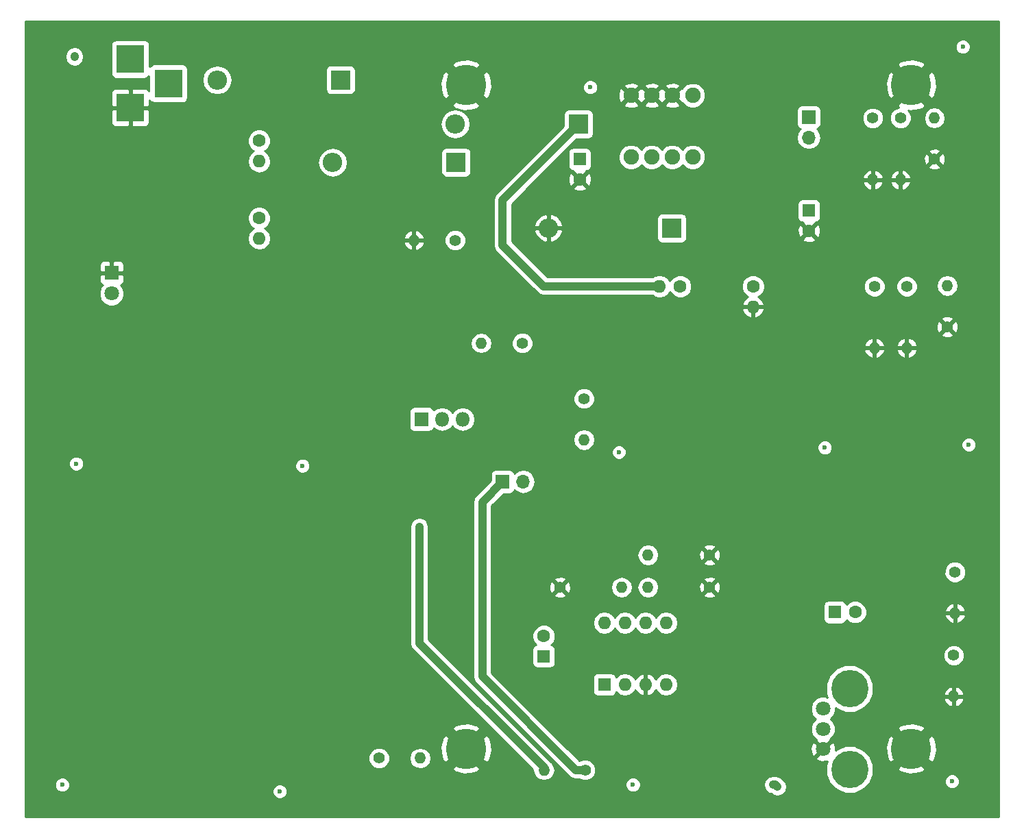
<source format=gbr>
G04 #@! TF.FileFunction,Copper,L2,Bot,Signal*
%FSLAX46Y46*%
G04 Gerber Fmt 4.6, Leading zero omitted, Abs format (unit mm)*
G04 Created by KiCad (PCBNEW 4.0.5) date Sunday, May 07, 2017 'PMt' 01:26:42 PM*
%MOMM*%
%LPD*%
G01*
G04 APERTURE LIST*
%ADD10C,0.100000*%
%ADD11C,5.000000*%
%ADD12R,1.600000X1.600000*%
%ADD13C,1.600000*%
%ADD14R,1.700000X1.700000*%
%ADD15O,1.700000X1.700000*%
%ADD16C,1.905000*%
%ADD17R,1.800000X1.800000*%
%ADD18C,1.800000*%
%ADD19R,2.400000X2.400000*%
%ADD20O,2.400000X2.400000*%
%ADD21C,1.400000*%
%ADD22O,1.400000X1.400000*%
%ADD23O,1.600000X1.600000*%
%ADD24O,1.800000X1.800000*%
%ADD25C,4.600000*%
%ADD26R,3.500000X3.500000*%
%ADD27C,0.600000*%
%ADD28C,1.016000*%
%ADD29C,0.254000*%
G04 APERTURE END LIST*
D10*
D11*
X134950000Y-33425000D03*
X79950000Y-33425000D03*
X79950000Y-115425000D03*
X134950000Y-115425000D03*
D12*
X122321920Y-48940000D03*
D13*
X122321920Y-51440000D03*
D14*
X122288900Y-37383000D03*
D15*
X122288900Y-39923000D03*
D16*
X107950600Y-34716000D03*
X105410600Y-34716000D03*
X102870600Y-34716000D03*
X100330600Y-34716000D03*
X100330600Y-42336000D03*
X102870600Y-42336000D03*
X105410600Y-42336000D03*
X107950600Y-42336000D03*
D17*
X36175000Y-56650000D03*
D18*
X36175000Y-59190000D03*
D19*
X78715200Y-42971000D03*
D20*
X63475200Y-42971000D03*
D19*
X64453100Y-32785600D03*
D20*
X49213100Y-32785600D03*
D19*
X93850000Y-38250000D03*
D20*
X78610000Y-38250000D03*
D21*
X110050000Y-91500000D03*
D22*
X102430000Y-91500000D03*
D21*
X130400000Y-58300000D03*
D22*
X130400000Y-65920000D03*
D21*
X110050000Y-95500000D03*
D22*
X102430000Y-95500000D03*
D21*
X134400000Y-58300000D03*
D22*
X134400000Y-65920000D03*
D21*
X130195920Y-37510000D03*
D22*
X130195920Y-45130000D03*
D21*
X133624920Y-37510000D03*
D22*
X133624920Y-45130000D03*
D19*
X105369960Y-51088840D03*
D20*
X90129960Y-51088840D03*
D13*
X54394700Y-40304000D03*
D23*
X54394700Y-42844000D03*
D13*
X54394700Y-49854400D03*
D23*
X54394700Y-52394400D03*
D13*
X106400000Y-58300000D03*
D23*
X103860000Y-58300000D03*
D13*
X115400000Y-58300000D03*
D23*
X115400000Y-60840000D03*
D12*
X89550000Y-104000000D03*
D13*
X89550000Y-101500000D03*
D21*
X91550000Y-95500000D03*
D22*
X99170000Y-95500000D03*
D12*
X125520000Y-98560000D03*
D13*
X128020000Y-98560000D03*
D21*
X69200000Y-116600000D03*
D22*
X74280000Y-116600000D03*
D17*
X74450000Y-74710000D03*
D24*
X76990000Y-74710000D03*
X79530000Y-74710000D03*
D14*
X84470000Y-82430000D03*
D15*
X87010000Y-82430000D03*
D21*
X86900000Y-65310000D03*
D22*
X81820000Y-65310000D03*
D21*
X94520000Y-72170000D03*
D22*
X94520000Y-77250000D03*
D21*
X94650000Y-118050000D03*
D22*
X89570000Y-118050000D03*
D21*
X140350000Y-93600000D03*
D22*
X140350000Y-98680000D03*
D18*
X124050000Y-115500000D03*
X124050000Y-113000000D03*
X124050000Y-110500000D03*
D25*
X127350000Y-118000000D03*
X127350000Y-108000000D03*
D12*
X97050000Y-107500000D03*
D23*
X104670000Y-99880000D03*
X99590000Y-107500000D03*
X102130000Y-99880000D03*
X102130000Y-107500000D03*
X99590000Y-99880000D03*
X104670000Y-107500000D03*
X97050000Y-99880000D03*
D12*
X94000920Y-42590000D03*
D13*
X94000920Y-45090000D03*
D21*
X140200000Y-103900000D03*
D22*
X140200000Y-108980000D03*
D21*
X78600000Y-52600000D03*
D22*
X73520000Y-52600000D03*
D21*
X139400000Y-63300000D03*
D22*
X139400000Y-58220000D03*
D21*
X137815920Y-42590000D03*
D22*
X137815920Y-37510000D03*
D26*
X38475000Y-30225000D03*
X38475000Y-36225000D03*
X43175000Y-33225000D03*
D27*
X142050000Y-77875000D03*
X98850000Y-78800000D03*
X31800000Y-80200000D03*
X95300000Y-33700000D03*
X100575000Y-119875000D03*
X30075000Y-119900000D03*
X140000000Y-119475000D03*
X141325000Y-28700000D03*
X31600000Y-29975000D03*
X59750000Y-80475000D03*
X118425000Y-120150000D03*
X56950000Y-120700000D03*
X124275000Y-78225000D03*
X74200000Y-88000000D03*
D28*
X31600000Y-29975000D02*
X31600000Y-29850000D01*
X118150000Y-119875000D02*
X117850000Y-119875000D01*
X118425000Y-120150000D02*
X118150000Y-119875000D01*
X93850000Y-38250000D02*
X84450000Y-47650000D01*
X89550000Y-58300000D02*
X103860000Y-58300000D01*
X84450000Y-53200000D02*
X89550000Y-58300000D01*
X84450000Y-47650000D02*
X84450000Y-53200000D01*
X94650000Y-118050000D02*
X93500000Y-118050000D01*
X81950000Y-84950000D02*
X84470000Y-82430000D01*
X81950000Y-106500000D02*
X81950000Y-84950000D01*
X93500000Y-118050000D02*
X81950000Y-106500000D01*
X89570000Y-118050000D02*
X89570000Y-117770000D01*
X89570000Y-117770000D02*
X74200000Y-102400000D01*
X74200000Y-102400000D02*
X74200000Y-88000000D01*
D29*
G36*
X145773000Y-123873000D02*
X25527000Y-123873000D01*
X25527000Y-120885167D01*
X56014838Y-120885167D01*
X56156883Y-121228943D01*
X56419673Y-121492192D01*
X56763201Y-121634838D01*
X57135167Y-121635162D01*
X57478943Y-121493117D01*
X57742192Y-121230327D01*
X57884838Y-120886799D01*
X57885162Y-120514833D01*
X57743117Y-120171057D01*
X57632421Y-120060167D01*
X99639838Y-120060167D01*
X99781883Y-120403943D01*
X100044673Y-120667192D01*
X100388201Y-120809838D01*
X100760167Y-120810162D01*
X101103943Y-120668117D01*
X101367192Y-120405327D01*
X101509838Y-120061799D01*
X101510000Y-119875000D01*
X116707000Y-119875000D01*
X116794006Y-120312407D01*
X117041777Y-120683223D01*
X117412593Y-120930994D01*
X117645302Y-120977283D01*
X117987593Y-121205994D01*
X118425000Y-121293000D01*
X118862407Y-121205994D01*
X119233223Y-120958223D01*
X119480994Y-120587407D01*
X119568000Y-120150000D01*
X119480994Y-119712593D01*
X119233223Y-119341777D01*
X118958223Y-119066777D01*
X118587407Y-118819006D01*
X118150000Y-118732000D01*
X117850000Y-118732000D01*
X117412593Y-118819006D01*
X117041777Y-119066777D01*
X116794006Y-119437593D01*
X116707000Y-119875000D01*
X101510000Y-119875000D01*
X101510162Y-119689833D01*
X101368117Y-119346057D01*
X101105327Y-119082808D01*
X100761799Y-118940162D01*
X100389833Y-118939838D01*
X100046057Y-119081883D01*
X99782808Y-119344673D01*
X99640162Y-119688201D01*
X99639838Y-120060167D01*
X57632421Y-120060167D01*
X57480327Y-119907808D01*
X57136799Y-119765162D01*
X56764833Y-119764838D01*
X56421057Y-119906883D01*
X56157808Y-120169673D01*
X56015162Y-120513201D01*
X56014838Y-120885167D01*
X25527000Y-120885167D01*
X25527000Y-120085167D01*
X29139838Y-120085167D01*
X29281883Y-120428943D01*
X29544673Y-120692192D01*
X29888201Y-120834838D01*
X30260167Y-120835162D01*
X30603943Y-120693117D01*
X30867192Y-120430327D01*
X31009838Y-120086799D01*
X31010162Y-119714833D01*
X30868117Y-119371057D01*
X30605327Y-119107808D01*
X30261799Y-118965162D01*
X29889833Y-118964838D01*
X29546057Y-119106883D01*
X29282808Y-119369673D01*
X29140162Y-119713201D01*
X29139838Y-120085167D01*
X25527000Y-120085167D01*
X25527000Y-116864383D01*
X67864769Y-116864383D01*
X68067582Y-117355229D01*
X68442796Y-117731098D01*
X68933287Y-117934768D01*
X69464383Y-117935231D01*
X69955229Y-117732418D01*
X70331098Y-117357204D01*
X70534768Y-116866713D01*
X70535000Y-116600000D01*
X72918846Y-116600000D01*
X73020467Y-117110882D01*
X73309858Y-117543988D01*
X73742964Y-117833379D01*
X74253846Y-117935000D01*
X74306154Y-117935000D01*
X74472473Y-117901917D01*
X78191504Y-117901917D01*
X78506053Y-118276684D01*
X79707259Y-118612188D01*
X80945420Y-118462471D01*
X81393947Y-118276684D01*
X81708496Y-117901917D01*
X79950000Y-116143420D01*
X78191504Y-117901917D01*
X74472473Y-117901917D01*
X74817036Y-117833379D01*
X75250142Y-117543988D01*
X75539533Y-117110882D01*
X75641154Y-116600000D01*
X75539533Y-116089118D01*
X75250142Y-115656012D01*
X74817036Y-115366621D01*
X74306154Y-115265000D01*
X74253846Y-115265000D01*
X73742964Y-115366621D01*
X73309858Y-115656012D01*
X73020467Y-116089118D01*
X72918846Y-116600000D01*
X70535000Y-116600000D01*
X70535231Y-116335617D01*
X70332418Y-115844771D01*
X69957204Y-115468902D01*
X69466713Y-115265232D01*
X68935617Y-115264769D01*
X68444771Y-115467582D01*
X68068902Y-115842796D01*
X67865232Y-116333287D01*
X67864769Y-116864383D01*
X25527000Y-116864383D01*
X25527000Y-115182259D01*
X76762812Y-115182259D01*
X76912529Y-116420420D01*
X77098316Y-116868947D01*
X77473083Y-117183496D01*
X79231580Y-115425000D01*
X80668420Y-115425000D01*
X82426917Y-117183496D01*
X82801684Y-116868947D01*
X83137188Y-115667741D01*
X82987471Y-114429580D01*
X82801684Y-113981053D01*
X82426917Y-113666504D01*
X80668420Y-115425000D01*
X79231580Y-115425000D01*
X77473083Y-113666504D01*
X77098316Y-113981053D01*
X76762812Y-115182259D01*
X25527000Y-115182259D01*
X25527000Y-112948083D01*
X78191504Y-112948083D01*
X79950000Y-114706580D01*
X81708496Y-112948083D01*
X81393947Y-112573316D01*
X80192741Y-112237812D01*
X78954580Y-112387529D01*
X78506053Y-112573316D01*
X78191504Y-112948083D01*
X25527000Y-112948083D01*
X25527000Y-88000000D01*
X73057000Y-88000000D01*
X73057000Y-102400000D01*
X73144006Y-102837407D01*
X73391777Y-103208223D01*
X88212945Y-118029391D01*
X88208846Y-118050000D01*
X88310467Y-118560882D01*
X88599858Y-118993988D01*
X89032964Y-119283379D01*
X89543846Y-119385000D01*
X89596154Y-119385000D01*
X90107036Y-119283379D01*
X90540142Y-118993988D01*
X90829533Y-118560882D01*
X90931154Y-118050000D01*
X90829533Y-117539118D01*
X90540142Y-117106012D01*
X90421732Y-117026894D01*
X90378223Y-116961777D01*
X75343000Y-101926554D01*
X75343000Y-88000000D01*
X75255994Y-87562593D01*
X75008223Y-87191777D01*
X74637407Y-86944006D01*
X74200000Y-86857000D01*
X73762593Y-86944006D01*
X73391777Y-87191777D01*
X73144006Y-87562593D01*
X73057000Y-88000000D01*
X25527000Y-88000000D01*
X25527000Y-84950000D01*
X80807000Y-84950000D01*
X80807000Y-106500000D01*
X80894006Y-106937407D01*
X81141777Y-107308223D01*
X92691777Y-118858223D01*
X93062593Y-119105994D01*
X93500000Y-119193000D01*
X93921459Y-119193000D01*
X94383287Y-119384768D01*
X94914383Y-119385231D01*
X95405229Y-119182418D01*
X95781098Y-118807204D01*
X95984768Y-118316713D01*
X95985231Y-117785617D01*
X95782418Y-117294771D01*
X95407204Y-116918902D01*
X94916713Y-116715232D01*
X94385617Y-116714769D01*
X93957931Y-116891485D01*
X93646605Y-116580159D01*
X123149446Y-116580159D01*
X123235852Y-116836643D01*
X123809336Y-117046458D01*
X124419460Y-117020839D01*
X124611672Y-116941222D01*
X124415511Y-117413631D01*
X124414492Y-118581246D01*
X124860377Y-119660372D01*
X125685285Y-120486721D01*
X126763631Y-120934489D01*
X127931246Y-120935508D01*
X129010372Y-120489623D01*
X129836721Y-119664715D01*
X129838609Y-119660167D01*
X139064838Y-119660167D01*
X139206883Y-120003943D01*
X139469673Y-120267192D01*
X139813201Y-120409838D01*
X140185167Y-120410162D01*
X140528943Y-120268117D01*
X140792192Y-120005327D01*
X140934838Y-119661799D01*
X140935162Y-119289833D01*
X140793117Y-118946057D01*
X140530327Y-118682808D01*
X140186799Y-118540162D01*
X139814833Y-118539838D01*
X139471057Y-118681883D01*
X139207808Y-118944673D01*
X139065162Y-119288201D01*
X139064838Y-119660167D01*
X129838609Y-119660167D01*
X130284489Y-118586369D01*
X130285086Y-117901917D01*
X133191504Y-117901917D01*
X133506053Y-118276684D01*
X134707259Y-118612188D01*
X135945420Y-118462471D01*
X136393947Y-118276684D01*
X136708496Y-117901917D01*
X134950000Y-116143420D01*
X133191504Y-117901917D01*
X130285086Y-117901917D01*
X130285508Y-117418754D01*
X129839623Y-116339628D01*
X129014715Y-115513279D01*
X128217530Y-115182259D01*
X131762812Y-115182259D01*
X131912529Y-116420420D01*
X132098316Y-116868947D01*
X132473083Y-117183496D01*
X134231580Y-115425000D01*
X135668420Y-115425000D01*
X137426917Y-117183496D01*
X137801684Y-116868947D01*
X138137188Y-115667741D01*
X137987471Y-114429580D01*
X137801684Y-113981053D01*
X137426917Y-113666504D01*
X135668420Y-115425000D01*
X134231580Y-115425000D01*
X132473083Y-113666504D01*
X132098316Y-113981053D01*
X131762812Y-115182259D01*
X128217530Y-115182259D01*
X127936369Y-115065511D01*
X126768754Y-115064492D01*
X125689628Y-115510377D01*
X125590926Y-115608907D01*
X125570839Y-115130540D01*
X125386643Y-114685852D01*
X125130159Y-114599446D01*
X124229605Y-115500000D01*
X124243748Y-115514143D01*
X124064143Y-115693748D01*
X124050000Y-115679605D01*
X123149446Y-116580159D01*
X93646605Y-116580159D01*
X92325782Y-115259336D01*
X122503542Y-115259336D01*
X122529161Y-115869460D01*
X122713357Y-116314148D01*
X122969841Y-116400554D01*
X123870395Y-115500000D01*
X122969841Y-114599446D01*
X122713357Y-114685852D01*
X122503542Y-115259336D01*
X92325782Y-115259336D01*
X87870437Y-110803991D01*
X122514735Y-110803991D01*
X122747932Y-111368371D01*
X123129182Y-111750288D01*
X122749449Y-112129357D01*
X122515267Y-112693330D01*
X122514735Y-113303991D01*
X122747932Y-113868371D01*
X123179357Y-114300551D01*
X123188372Y-114304294D01*
X123149446Y-114419841D01*
X124050000Y-115320395D01*
X124950554Y-114419841D01*
X124911793Y-114304786D01*
X124918371Y-114302068D01*
X125350551Y-113870643D01*
X125584733Y-113306670D01*
X125585045Y-112948083D01*
X133191504Y-112948083D01*
X134950000Y-114706580D01*
X136708496Y-112948083D01*
X136393947Y-112573316D01*
X135192741Y-112237812D01*
X133954580Y-112387529D01*
X133506053Y-112573316D01*
X133191504Y-112948083D01*
X125585045Y-112948083D01*
X125585265Y-112696009D01*
X125352068Y-112131629D01*
X124970818Y-111749712D01*
X125350551Y-111370643D01*
X125584733Y-110806670D01*
X125585099Y-110386360D01*
X125685285Y-110486721D01*
X126763631Y-110934489D01*
X127931246Y-110935508D01*
X129010372Y-110489623D01*
X129836721Y-109664715D01*
X129982628Y-109313331D01*
X138907273Y-109313331D01*
X139133236Y-109782663D01*
X139521604Y-110129797D01*
X139866671Y-110272716D01*
X140073000Y-110149374D01*
X140073000Y-109107000D01*
X140327000Y-109107000D01*
X140327000Y-110149374D01*
X140533329Y-110272716D01*
X140878396Y-110129797D01*
X141266764Y-109782663D01*
X141492727Y-109313331D01*
X141370206Y-109107000D01*
X140327000Y-109107000D01*
X140073000Y-109107000D01*
X139029794Y-109107000D01*
X138907273Y-109313331D01*
X129982628Y-109313331D01*
X130259450Y-108646669D01*
X138907273Y-108646669D01*
X139029794Y-108853000D01*
X140073000Y-108853000D01*
X140073000Y-107810626D01*
X140327000Y-107810626D01*
X140327000Y-108853000D01*
X141370206Y-108853000D01*
X141492727Y-108646669D01*
X141266764Y-108177337D01*
X140878396Y-107830203D01*
X140533329Y-107687284D01*
X140327000Y-107810626D01*
X140073000Y-107810626D01*
X139866671Y-107687284D01*
X139521604Y-107830203D01*
X139133236Y-108177337D01*
X138907273Y-108646669D01*
X130259450Y-108646669D01*
X130284489Y-108586369D01*
X130285508Y-107418754D01*
X129839623Y-106339628D01*
X129014715Y-105513279D01*
X127936369Y-105065511D01*
X126768754Y-105064492D01*
X125689628Y-105510377D01*
X124863279Y-106335285D01*
X124415511Y-107413631D01*
X124414492Y-108581246D01*
X124618003Y-109073782D01*
X124356670Y-108965267D01*
X123746009Y-108964735D01*
X123181629Y-109197932D01*
X122749449Y-109629357D01*
X122515267Y-110193330D01*
X122514735Y-110803991D01*
X87870437Y-110803991D01*
X83766446Y-106700000D01*
X95602560Y-106700000D01*
X95602560Y-108300000D01*
X95646838Y-108535317D01*
X95785910Y-108751441D01*
X95998110Y-108896431D01*
X96250000Y-108947440D01*
X97850000Y-108947440D01*
X98085317Y-108903162D01*
X98301441Y-108764090D01*
X98446431Y-108551890D01*
X98477815Y-108396911D01*
X98575302Y-108542811D01*
X99040849Y-108853880D01*
X99590000Y-108963113D01*
X100139151Y-108853880D01*
X100604698Y-108542811D01*
X100874986Y-108138297D01*
X100977611Y-108355134D01*
X101392577Y-108731041D01*
X101780961Y-108891904D01*
X102003000Y-108769915D01*
X102003000Y-107627000D01*
X101983000Y-107627000D01*
X101983000Y-107373000D01*
X102003000Y-107373000D01*
X102003000Y-106230085D01*
X102257000Y-106230085D01*
X102257000Y-107373000D01*
X102277000Y-107373000D01*
X102277000Y-107627000D01*
X102257000Y-107627000D01*
X102257000Y-108769915D01*
X102479039Y-108891904D01*
X102867423Y-108731041D01*
X103282389Y-108355134D01*
X103385014Y-108138297D01*
X103655302Y-108542811D01*
X104120849Y-108853880D01*
X104670000Y-108963113D01*
X105219151Y-108853880D01*
X105684698Y-108542811D01*
X105995767Y-108077264D01*
X106105000Y-107528113D01*
X106105000Y-107471887D01*
X105995767Y-106922736D01*
X105684698Y-106457189D01*
X105219151Y-106146120D01*
X104670000Y-106036887D01*
X104120849Y-106146120D01*
X103655302Y-106457189D01*
X103385014Y-106861703D01*
X103282389Y-106644866D01*
X102867423Y-106268959D01*
X102479039Y-106108096D01*
X102257000Y-106230085D01*
X102003000Y-106230085D01*
X101780961Y-106108096D01*
X101392577Y-106268959D01*
X100977611Y-106644866D01*
X100874986Y-106861703D01*
X100604698Y-106457189D01*
X100139151Y-106146120D01*
X99590000Y-106036887D01*
X99040849Y-106146120D01*
X98575302Y-106457189D01*
X98478899Y-106601465D01*
X98453162Y-106464683D01*
X98314090Y-106248559D01*
X98101890Y-106103569D01*
X97850000Y-106052560D01*
X96250000Y-106052560D01*
X96014683Y-106096838D01*
X95798559Y-106235910D01*
X95653569Y-106448110D01*
X95602560Y-106700000D01*
X83766446Y-106700000D01*
X83093000Y-106026554D01*
X83093000Y-103200000D01*
X88102560Y-103200000D01*
X88102560Y-104800000D01*
X88146838Y-105035317D01*
X88285910Y-105251441D01*
X88498110Y-105396431D01*
X88750000Y-105447440D01*
X90350000Y-105447440D01*
X90585317Y-105403162D01*
X90801441Y-105264090D01*
X90946431Y-105051890D01*
X90997440Y-104800000D01*
X90997440Y-104164383D01*
X138864769Y-104164383D01*
X139067582Y-104655229D01*
X139442796Y-105031098D01*
X139933287Y-105234768D01*
X140464383Y-105235231D01*
X140955229Y-105032418D01*
X141331098Y-104657204D01*
X141534768Y-104166713D01*
X141535231Y-103635617D01*
X141332418Y-103144771D01*
X140957204Y-102768902D01*
X140466713Y-102565232D01*
X139935617Y-102564769D01*
X139444771Y-102767582D01*
X139068902Y-103142796D01*
X138865232Y-103633287D01*
X138864769Y-104164383D01*
X90997440Y-104164383D01*
X90997440Y-103200000D01*
X90953162Y-102964683D01*
X90814090Y-102748559D01*
X90601890Y-102603569D01*
X90496959Y-102582320D01*
X90765824Y-102313923D01*
X90984750Y-101786691D01*
X90985248Y-101215813D01*
X90767243Y-100688200D01*
X90363923Y-100284176D01*
X89836691Y-100065250D01*
X89265813Y-100064752D01*
X88738200Y-100282757D01*
X88334176Y-100686077D01*
X88115250Y-101213309D01*
X88114752Y-101784187D01*
X88332757Y-102311800D01*
X88601072Y-102580583D01*
X88514683Y-102596838D01*
X88298559Y-102735910D01*
X88153569Y-102948110D01*
X88102560Y-103200000D01*
X83093000Y-103200000D01*
X83093000Y-99851887D01*
X95615000Y-99851887D01*
X95615000Y-99908113D01*
X95724233Y-100457264D01*
X96035302Y-100922811D01*
X96500849Y-101233880D01*
X97050000Y-101343113D01*
X97599151Y-101233880D01*
X98064698Y-100922811D01*
X98320000Y-100540725D01*
X98575302Y-100922811D01*
X99040849Y-101233880D01*
X99590000Y-101343113D01*
X100139151Y-101233880D01*
X100604698Y-100922811D01*
X100860000Y-100540725D01*
X101115302Y-100922811D01*
X101580849Y-101233880D01*
X102130000Y-101343113D01*
X102679151Y-101233880D01*
X103144698Y-100922811D01*
X103400000Y-100540725D01*
X103655302Y-100922811D01*
X104120849Y-101233880D01*
X104670000Y-101343113D01*
X105219151Y-101233880D01*
X105684698Y-100922811D01*
X105995767Y-100457264D01*
X106105000Y-99908113D01*
X106105000Y-99851887D01*
X105995767Y-99302736D01*
X105684698Y-98837189D01*
X105219151Y-98526120D01*
X104670000Y-98416887D01*
X104120849Y-98526120D01*
X103655302Y-98837189D01*
X103400000Y-99219275D01*
X103144698Y-98837189D01*
X102679151Y-98526120D01*
X102130000Y-98416887D01*
X101580849Y-98526120D01*
X101115302Y-98837189D01*
X100860000Y-99219275D01*
X100604698Y-98837189D01*
X100139151Y-98526120D01*
X99590000Y-98416887D01*
X99040849Y-98526120D01*
X98575302Y-98837189D01*
X98320000Y-99219275D01*
X98064698Y-98837189D01*
X97599151Y-98526120D01*
X97050000Y-98416887D01*
X96500849Y-98526120D01*
X96035302Y-98837189D01*
X95724233Y-99302736D01*
X95615000Y-99851887D01*
X83093000Y-99851887D01*
X83093000Y-97760000D01*
X124072560Y-97760000D01*
X124072560Y-99360000D01*
X124116838Y-99595317D01*
X124255910Y-99811441D01*
X124468110Y-99956431D01*
X124720000Y-100007440D01*
X126320000Y-100007440D01*
X126555317Y-99963162D01*
X126771441Y-99824090D01*
X126916431Y-99611890D01*
X126937680Y-99506959D01*
X127206077Y-99775824D01*
X127733309Y-99994750D01*
X128304187Y-99995248D01*
X128831800Y-99777243D01*
X129235824Y-99373923D01*
X129385554Y-99013331D01*
X139057273Y-99013331D01*
X139283236Y-99482663D01*
X139671604Y-99829797D01*
X140016671Y-99972716D01*
X140223000Y-99849374D01*
X140223000Y-98807000D01*
X140477000Y-98807000D01*
X140477000Y-99849374D01*
X140683329Y-99972716D01*
X141028396Y-99829797D01*
X141416764Y-99482663D01*
X141642727Y-99013331D01*
X141520206Y-98807000D01*
X140477000Y-98807000D01*
X140223000Y-98807000D01*
X139179794Y-98807000D01*
X139057273Y-99013331D01*
X129385554Y-99013331D01*
X129454750Y-98846691D01*
X129455186Y-98346669D01*
X139057273Y-98346669D01*
X139179794Y-98553000D01*
X140223000Y-98553000D01*
X140223000Y-97510626D01*
X140477000Y-97510626D01*
X140477000Y-98553000D01*
X141520206Y-98553000D01*
X141642727Y-98346669D01*
X141416764Y-97877337D01*
X141028396Y-97530203D01*
X140683329Y-97387284D01*
X140477000Y-97510626D01*
X140223000Y-97510626D01*
X140016671Y-97387284D01*
X139671604Y-97530203D01*
X139283236Y-97877337D01*
X139057273Y-98346669D01*
X129455186Y-98346669D01*
X129455248Y-98275813D01*
X129237243Y-97748200D01*
X128833923Y-97344176D01*
X128306691Y-97125250D01*
X127735813Y-97124752D01*
X127208200Y-97342757D01*
X126939417Y-97611072D01*
X126923162Y-97524683D01*
X126784090Y-97308559D01*
X126571890Y-97163569D01*
X126320000Y-97112560D01*
X124720000Y-97112560D01*
X124484683Y-97156838D01*
X124268559Y-97295910D01*
X124123569Y-97508110D01*
X124072560Y-97760000D01*
X83093000Y-97760000D01*
X83093000Y-96435275D01*
X90794331Y-96435275D01*
X90856169Y-96671042D01*
X91357122Y-96847419D01*
X91887440Y-96818664D01*
X92243831Y-96671042D01*
X92305669Y-96435275D01*
X91550000Y-95679605D01*
X90794331Y-96435275D01*
X83093000Y-96435275D01*
X83093000Y-95307122D01*
X90202581Y-95307122D01*
X90231336Y-95837440D01*
X90378958Y-96193831D01*
X90614725Y-96255669D01*
X91370395Y-95500000D01*
X91729605Y-95500000D01*
X92485275Y-96255669D01*
X92721042Y-96193831D01*
X92897419Y-95692878D01*
X92886961Y-95500000D01*
X97808846Y-95500000D01*
X97910467Y-96010882D01*
X98199858Y-96443988D01*
X98632964Y-96733379D01*
X99143846Y-96835000D01*
X99196154Y-96835000D01*
X99707036Y-96733379D01*
X100140142Y-96443988D01*
X100429533Y-96010882D01*
X100531154Y-95500000D01*
X101068846Y-95500000D01*
X101170467Y-96010882D01*
X101459858Y-96443988D01*
X101892964Y-96733379D01*
X102403846Y-96835000D01*
X102456154Y-96835000D01*
X102967036Y-96733379D01*
X103400142Y-96443988D01*
X103405963Y-96435275D01*
X109294331Y-96435275D01*
X109356169Y-96671042D01*
X109857122Y-96847419D01*
X110387440Y-96818664D01*
X110743831Y-96671042D01*
X110805669Y-96435275D01*
X110050000Y-95679605D01*
X109294331Y-96435275D01*
X103405963Y-96435275D01*
X103689533Y-96010882D01*
X103791154Y-95500000D01*
X103752789Y-95307122D01*
X108702581Y-95307122D01*
X108731336Y-95837440D01*
X108878958Y-96193831D01*
X109114725Y-96255669D01*
X109870395Y-95500000D01*
X110229605Y-95500000D01*
X110985275Y-96255669D01*
X111221042Y-96193831D01*
X111397419Y-95692878D01*
X111368664Y-95162560D01*
X111221042Y-94806169D01*
X110985275Y-94744331D01*
X110229605Y-95500000D01*
X109870395Y-95500000D01*
X109114725Y-94744331D01*
X108878958Y-94806169D01*
X108702581Y-95307122D01*
X103752789Y-95307122D01*
X103689533Y-94989118D01*
X103405964Y-94564725D01*
X109294331Y-94564725D01*
X110050000Y-95320395D01*
X110805669Y-94564725D01*
X110743831Y-94328958D01*
X110242878Y-94152581D01*
X109712560Y-94181336D01*
X109356169Y-94328958D01*
X109294331Y-94564725D01*
X103405964Y-94564725D01*
X103400142Y-94556012D01*
X102967036Y-94266621D01*
X102456154Y-94165000D01*
X102403846Y-94165000D01*
X101892964Y-94266621D01*
X101459858Y-94556012D01*
X101170467Y-94989118D01*
X101068846Y-95500000D01*
X100531154Y-95500000D01*
X100429533Y-94989118D01*
X100140142Y-94556012D01*
X99707036Y-94266621D01*
X99196154Y-94165000D01*
X99143846Y-94165000D01*
X98632964Y-94266621D01*
X98199858Y-94556012D01*
X97910467Y-94989118D01*
X97808846Y-95500000D01*
X92886961Y-95500000D01*
X92868664Y-95162560D01*
X92721042Y-94806169D01*
X92485275Y-94744331D01*
X91729605Y-95500000D01*
X91370395Y-95500000D01*
X90614725Y-94744331D01*
X90378958Y-94806169D01*
X90202581Y-95307122D01*
X83093000Y-95307122D01*
X83093000Y-94564725D01*
X90794331Y-94564725D01*
X91550000Y-95320395D01*
X92305669Y-94564725D01*
X92243831Y-94328958D01*
X91742878Y-94152581D01*
X91212560Y-94181336D01*
X90856169Y-94328958D01*
X90794331Y-94564725D01*
X83093000Y-94564725D01*
X83093000Y-93864383D01*
X139014769Y-93864383D01*
X139217582Y-94355229D01*
X139592796Y-94731098D01*
X140083287Y-94934768D01*
X140614383Y-94935231D01*
X141105229Y-94732418D01*
X141481098Y-94357204D01*
X141684768Y-93866713D01*
X141685231Y-93335617D01*
X141482418Y-92844771D01*
X141107204Y-92468902D01*
X140616713Y-92265232D01*
X140085617Y-92264769D01*
X139594771Y-92467582D01*
X139218902Y-92842796D01*
X139015232Y-93333287D01*
X139014769Y-93864383D01*
X83093000Y-93864383D01*
X83093000Y-91500000D01*
X101068846Y-91500000D01*
X101170467Y-92010882D01*
X101459858Y-92443988D01*
X101892964Y-92733379D01*
X102403846Y-92835000D01*
X102456154Y-92835000D01*
X102967036Y-92733379D01*
X103400142Y-92443988D01*
X103405963Y-92435275D01*
X109294331Y-92435275D01*
X109356169Y-92671042D01*
X109857122Y-92847419D01*
X110387440Y-92818664D01*
X110743831Y-92671042D01*
X110805669Y-92435275D01*
X110050000Y-91679605D01*
X109294331Y-92435275D01*
X103405963Y-92435275D01*
X103689533Y-92010882D01*
X103791154Y-91500000D01*
X103752789Y-91307122D01*
X108702581Y-91307122D01*
X108731336Y-91837440D01*
X108878958Y-92193831D01*
X109114725Y-92255669D01*
X109870395Y-91500000D01*
X110229605Y-91500000D01*
X110985275Y-92255669D01*
X111221042Y-92193831D01*
X111397419Y-91692878D01*
X111368664Y-91162560D01*
X111221042Y-90806169D01*
X110985275Y-90744331D01*
X110229605Y-91500000D01*
X109870395Y-91500000D01*
X109114725Y-90744331D01*
X108878958Y-90806169D01*
X108702581Y-91307122D01*
X103752789Y-91307122D01*
X103689533Y-90989118D01*
X103405964Y-90564725D01*
X109294331Y-90564725D01*
X110050000Y-91320395D01*
X110805669Y-90564725D01*
X110743831Y-90328958D01*
X110242878Y-90152581D01*
X109712560Y-90181336D01*
X109356169Y-90328958D01*
X109294331Y-90564725D01*
X103405964Y-90564725D01*
X103400142Y-90556012D01*
X102967036Y-90266621D01*
X102456154Y-90165000D01*
X102403846Y-90165000D01*
X101892964Y-90266621D01*
X101459858Y-90556012D01*
X101170467Y-90989118D01*
X101068846Y-91500000D01*
X83093000Y-91500000D01*
X83093000Y-85423446D01*
X84589006Y-83927440D01*
X85320000Y-83927440D01*
X85555317Y-83883162D01*
X85771441Y-83744090D01*
X85916431Y-83531890D01*
X85930086Y-83464459D01*
X85959946Y-83509147D01*
X86441715Y-83831054D01*
X87010000Y-83944093D01*
X87578285Y-83831054D01*
X88060054Y-83509147D01*
X88381961Y-83027378D01*
X88495000Y-82459093D01*
X88495000Y-82400907D01*
X88381961Y-81832622D01*
X88060054Y-81350853D01*
X87578285Y-81028946D01*
X87010000Y-80915907D01*
X86441715Y-81028946D01*
X85959946Y-81350853D01*
X85932150Y-81392452D01*
X85923162Y-81344683D01*
X85784090Y-81128559D01*
X85571890Y-80983569D01*
X85320000Y-80932560D01*
X83620000Y-80932560D01*
X83384683Y-80976838D01*
X83168559Y-81115910D01*
X83023569Y-81328110D01*
X82972560Y-81580000D01*
X82972560Y-82310994D01*
X81141777Y-84141777D01*
X80894006Y-84512593D01*
X80807000Y-84950000D01*
X25527000Y-84950000D01*
X25527000Y-80385167D01*
X30864838Y-80385167D01*
X31006883Y-80728943D01*
X31269673Y-80992192D01*
X31613201Y-81134838D01*
X31985167Y-81135162D01*
X32328943Y-80993117D01*
X32592192Y-80730327D01*
X32621325Y-80660167D01*
X58814838Y-80660167D01*
X58956883Y-81003943D01*
X59219673Y-81267192D01*
X59563201Y-81409838D01*
X59935167Y-81410162D01*
X60278943Y-81268117D01*
X60542192Y-81005327D01*
X60684838Y-80661799D01*
X60685162Y-80289833D01*
X60543117Y-79946057D01*
X60280327Y-79682808D01*
X59936799Y-79540162D01*
X59564833Y-79539838D01*
X59221057Y-79681883D01*
X58957808Y-79944673D01*
X58815162Y-80288201D01*
X58814838Y-80660167D01*
X32621325Y-80660167D01*
X32734838Y-80386799D01*
X32735162Y-80014833D01*
X32593117Y-79671057D01*
X32330327Y-79407808D01*
X31986799Y-79265162D01*
X31614833Y-79264838D01*
X31271057Y-79406883D01*
X31007808Y-79669673D01*
X30865162Y-80013201D01*
X30864838Y-80385167D01*
X25527000Y-80385167D01*
X25527000Y-78985167D01*
X97914838Y-78985167D01*
X98056883Y-79328943D01*
X98319673Y-79592192D01*
X98663201Y-79734838D01*
X99035167Y-79735162D01*
X99378943Y-79593117D01*
X99642192Y-79330327D01*
X99784838Y-78986799D01*
X99785162Y-78614833D01*
X99700596Y-78410167D01*
X123339838Y-78410167D01*
X123481883Y-78753943D01*
X123744673Y-79017192D01*
X124088201Y-79159838D01*
X124460167Y-79160162D01*
X124803943Y-79018117D01*
X125067192Y-78755327D01*
X125209838Y-78411799D01*
X125210144Y-78060167D01*
X141114838Y-78060167D01*
X141256883Y-78403943D01*
X141519673Y-78667192D01*
X141863201Y-78809838D01*
X142235167Y-78810162D01*
X142578943Y-78668117D01*
X142842192Y-78405327D01*
X142984838Y-78061799D01*
X142985162Y-77689833D01*
X142843117Y-77346057D01*
X142580327Y-77082808D01*
X142236799Y-76940162D01*
X141864833Y-76939838D01*
X141521057Y-77081883D01*
X141257808Y-77344673D01*
X141115162Y-77688201D01*
X141114838Y-78060167D01*
X125210144Y-78060167D01*
X125210162Y-78039833D01*
X125068117Y-77696057D01*
X124805327Y-77432808D01*
X124461799Y-77290162D01*
X124089833Y-77289838D01*
X123746057Y-77431883D01*
X123482808Y-77694673D01*
X123340162Y-78038201D01*
X123339838Y-78410167D01*
X99700596Y-78410167D01*
X99643117Y-78271057D01*
X99380327Y-78007808D01*
X99036799Y-77865162D01*
X98664833Y-77864838D01*
X98321057Y-78006883D01*
X98057808Y-78269673D01*
X97915162Y-78613201D01*
X97914838Y-78985167D01*
X25527000Y-78985167D01*
X25527000Y-77223846D01*
X93185000Y-77223846D01*
X93185000Y-77276154D01*
X93286621Y-77787036D01*
X93576012Y-78220142D01*
X94009118Y-78509533D01*
X94520000Y-78611154D01*
X95030882Y-78509533D01*
X95463988Y-78220142D01*
X95753379Y-77787036D01*
X95855000Y-77276154D01*
X95855000Y-77223846D01*
X95753379Y-76712964D01*
X95463988Y-76279858D01*
X95030882Y-75990467D01*
X94520000Y-75888846D01*
X94009118Y-75990467D01*
X93576012Y-76279858D01*
X93286621Y-76712964D01*
X93185000Y-77223846D01*
X25527000Y-77223846D01*
X25527000Y-73810000D01*
X72902560Y-73810000D01*
X72902560Y-75610000D01*
X72946838Y-75845317D01*
X73085910Y-76061441D01*
X73298110Y-76206431D01*
X73550000Y-76257440D01*
X75350000Y-76257440D01*
X75585317Y-76213162D01*
X75801441Y-76074090D01*
X75946431Y-75861890D01*
X75949719Y-75845656D01*
X76372509Y-76128155D01*
X76959928Y-76245000D01*
X77020072Y-76245000D01*
X77607491Y-76128155D01*
X78105481Y-75795409D01*
X78260000Y-75564155D01*
X78414519Y-75795409D01*
X78912509Y-76128155D01*
X79499928Y-76245000D01*
X79560072Y-76245000D01*
X80147491Y-76128155D01*
X80645481Y-75795409D01*
X80978227Y-75297419D01*
X81095072Y-74710000D01*
X80978227Y-74122581D01*
X80645481Y-73624591D01*
X80147491Y-73291845D01*
X79560072Y-73175000D01*
X79499928Y-73175000D01*
X78912509Y-73291845D01*
X78414519Y-73624591D01*
X78260000Y-73855845D01*
X78105481Y-73624591D01*
X77607491Y-73291845D01*
X77020072Y-73175000D01*
X76959928Y-73175000D01*
X76372509Y-73291845D01*
X75951974Y-73572837D01*
X75814090Y-73358559D01*
X75601890Y-73213569D01*
X75350000Y-73162560D01*
X73550000Y-73162560D01*
X73314683Y-73206838D01*
X73098559Y-73345910D01*
X72953569Y-73558110D01*
X72902560Y-73810000D01*
X25527000Y-73810000D01*
X25527000Y-72434383D01*
X93184769Y-72434383D01*
X93387582Y-72925229D01*
X93762796Y-73301098D01*
X94253287Y-73504768D01*
X94784383Y-73505231D01*
X95275229Y-73302418D01*
X95651098Y-72927204D01*
X95854768Y-72436713D01*
X95855231Y-71905617D01*
X95652418Y-71414771D01*
X95277204Y-71038902D01*
X94786713Y-70835232D01*
X94255617Y-70834769D01*
X93764771Y-71037582D01*
X93388902Y-71412796D01*
X93185232Y-71903287D01*
X93184769Y-72434383D01*
X25527000Y-72434383D01*
X25527000Y-65310000D01*
X80458846Y-65310000D01*
X80560467Y-65820882D01*
X80849858Y-66253988D01*
X81282964Y-66543379D01*
X81793846Y-66645000D01*
X81846154Y-66645000D01*
X82357036Y-66543379D01*
X82790142Y-66253988D01*
X83079533Y-65820882D01*
X83128564Y-65574383D01*
X85564769Y-65574383D01*
X85767582Y-66065229D01*
X86142796Y-66441098D01*
X86633287Y-66644768D01*
X87164383Y-66645231D01*
X87655229Y-66442418D01*
X87844646Y-66253331D01*
X129107273Y-66253331D01*
X129333236Y-66722663D01*
X129721604Y-67069797D01*
X130066671Y-67212716D01*
X130273000Y-67089374D01*
X130273000Y-66047000D01*
X130527000Y-66047000D01*
X130527000Y-67089374D01*
X130733329Y-67212716D01*
X131078396Y-67069797D01*
X131466764Y-66722663D01*
X131692727Y-66253331D01*
X133107273Y-66253331D01*
X133333236Y-66722663D01*
X133721604Y-67069797D01*
X134066671Y-67212716D01*
X134273000Y-67089374D01*
X134273000Y-66047000D01*
X134527000Y-66047000D01*
X134527000Y-67089374D01*
X134733329Y-67212716D01*
X135078396Y-67069797D01*
X135466764Y-66722663D01*
X135692727Y-66253331D01*
X135570206Y-66047000D01*
X134527000Y-66047000D01*
X134273000Y-66047000D01*
X133229794Y-66047000D01*
X133107273Y-66253331D01*
X131692727Y-66253331D01*
X131570206Y-66047000D01*
X130527000Y-66047000D01*
X130273000Y-66047000D01*
X129229794Y-66047000D01*
X129107273Y-66253331D01*
X87844646Y-66253331D01*
X88031098Y-66067204D01*
X88230633Y-65586669D01*
X129107273Y-65586669D01*
X129229794Y-65793000D01*
X130273000Y-65793000D01*
X130273000Y-64750626D01*
X130527000Y-64750626D01*
X130527000Y-65793000D01*
X131570206Y-65793000D01*
X131692727Y-65586669D01*
X133107273Y-65586669D01*
X133229794Y-65793000D01*
X134273000Y-65793000D01*
X134273000Y-64750626D01*
X134527000Y-64750626D01*
X134527000Y-65793000D01*
X135570206Y-65793000D01*
X135692727Y-65586669D01*
X135466764Y-65117337D01*
X135078396Y-64770203D01*
X134733329Y-64627284D01*
X134527000Y-64750626D01*
X134273000Y-64750626D01*
X134066671Y-64627284D01*
X133721604Y-64770203D01*
X133333236Y-65117337D01*
X133107273Y-65586669D01*
X131692727Y-65586669D01*
X131466764Y-65117337D01*
X131078396Y-64770203D01*
X130733329Y-64627284D01*
X130527000Y-64750626D01*
X130273000Y-64750626D01*
X130066671Y-64627284D01*
X129721604Y-64770203D01*
X129333236Y-65117337D01*
X129107273Y-65586669D01*
X88230633Y-65586669D01*
X88234768Y-65576713D01*
X88235231Y-65045617D01*
X88032418Y-64554771D01*
X87713479Y-64235275D01*
X138644331Y-64235275D01*
X138706169Y-64471042D01*
X139207122Y-64647419D01*
X139737440Y-64618664D01*
X140093831Y-64471042D01*
X140155669Y-64235275D01*
X139400000Y-63479605D01*
X138644331Y-64235275D01*
X87713479Y-64235275D01*
X87657204Y-64178902D01*
X87166713Y-63975232D01*
X86635617Y-63974769D01*
X86144771Y-64177582D01*
X85768902Y-64552796D01*
X85565232Y-65043287D01*
X85564769Y-65574383D01*
X83128564Y-65574383D01*
X83181154Y-65310000D01*
X83079533Y-64799118D01*
X82790142Y-64366012D01*
X82357036Y-64076621D01*
X81846154Y-63975000D01*
X81793846Y-63975000D01*
X81282964Y-64076621D01*
X80849858Y-64366012D01*
X80560467Y-64799118D01*
X80458846Y-65310000D01*
X25527000Y-65310000D01*
X25527000Y-63107122D01*
X138052581Y-63107122D01*
X138081336Y-63637440D01*
X138228958Y-63993831D01*
X138464725Y-64055669D01*
X139220395Y-63300000D01*
X139579605Y-63300000D01*
X140335275Y-64055669D01*
X140571042Y-63993831D01*
X140747419Y-63492878D01*
X140718664Y-62962560D01*
X140571042Y-62606169D01*
X140335275Y-62544331D01*
X139579605Y-63300000D01*
X139220395Y-63300000D01*
X138464725Y-62544331D01*
X138228958Y-62606169D01*
X138052581Y-63107122D01*
X25527000Y-63107122D01*
X25527000Y-62364725D01*
X138644331Y-62364725D01*
X139400000Y-63120395D01*
X140155669Y-62364725D01*
X140093831Y-62128958D01*
X139592878Y-61952581D01*
X139062560Y-61981336D01*
X138706169Y-62128958D01*
X138644331Y-62364725D01*
X25527000Y-62364725D01*
X25527000Y-61189041D01*
X114008086Y-61189041D01*
X114247611Y-61695134D01*
X114662577Y-62071041D01*
X115050961Y-62231904D01*
X115273000Y-62109915D01*
X115273000Y-60967000D01*
X115527000Y-60967000D01*
X115527000Y-62109915D01*
X115749039Y-62231904D01*
X116137423Y-62071041D01*
X116552389Y-61695134D01*
X116791914Y-61189041D01*
X116670629Y-60967000D01*
X115527000Y-60967000D01*
X115273000Y-60967000D01*
X114129371Y-60967000D01*
X114008086Y-61189041D01*
X25527000Y-61189041D01*
X25527000Y-59493991D01*
X34639735Y-59493991D01*
X34872932Y-60058371D01*
X35304357Y-60490551D01*
X35868330Y-60724733D01*
X36478991Y-60725265D01*
X37043371Y-60492068D01*
X37475551Y-60060643D01*
X37709733Y-59496670D01*
X37710265Y-58886009D01*
X37477068Y-58321629D01*
X37299908Y-58144159D01*
X37434699Y-58088327D01*
X37613327Y-57909698D01*
X37710000Y-57676309D01*
X37710000Y-56935750D01*
X37551250Y-56777000D01*
X36302000Y-56777000D01*
X36302000Y-56797000D01*
X36048000Y-56797000D01*
X36048000Y-56777000D01*
X34798750Y-56777000D01*
X34640000Y-56935750D01*
X34640000Y-57676309D01*
X34736673Y-57909698D01*
X34915301Y-58088327D01*
X35049994Y-58144119D01*
X34874449Y-58319357D01*
X34640267Y-58883330D01*
X34639735Y-59493991D01*
X25527000Y-59493991D01*
X25527000Y-55623691D01*
X34640000Y-55623691D01*
X34640000Y-56364250D01*
X34798750Y-56523000D01*
X36048000Y-56523000D01*
X36048000Y-55273750D01*
X36302000Y-55273750D01*
X36302000Y-56523000D01*
X37551250Y-56523000D01*
X37710000Y-56364250D01*
X37710000Y-55623691D01*
X37613327Y-55390302D01*
X37434699Y-55211673D01*
X37201310Y-55115000D01*
X36460750Y-55115000D01*
X36302000Y-55273750D01*
X36048000Y-55273750D01*
X35889250Y-55115000D01*
X35148690Y-55115000D01*
X34915301Y-55211673D01*
X34736673Y-55390302D01*
X34640000Y-55623691D01*
X25527000Y-55623691D01*
X25527000Y-50138587D01*
X52959452Y-50138587D01*
X53177457Y-50666200D01*
X53580777Y-51070224D01*
X53716654Y-51126645D01*
X53380002Y-51351589D01*
X53068933Y-51817136D01*
X52959700Y-52366287D01*
X52959700Y-52422513D01*
X53068933Y-52971664D01*
X53380002Y-53437211D01*
X53845549Y-53748280D01*
X54394700Y-53857513D01*
X54943851Y-53748280D01*
X55409398Y-53437211D01*
X55720467Y-52971664D01*
X55728092Y-52933329D01*
X72227284Y-52933329D01*
X72370203Y-53278396D01*
X72717337Y-53666764D01*
X73186669Y-53892727D01*
X73393000Y-53770206D01*
X73393000Y-52727000D01*
X73647000Y-52727000D01*
X73647000Y-53770206D01*
X73853331Y-53892727D01*
X74322663Y-53666764D01*
X74669797Y-53278396D01*
X74812716Y-52933329D01*
X74771501Y-52864383D01*
X77264769Y-52864383D01*
X77467582Y-53355229D01*
X77842796Y-53731098D01*
X78333287Y-53934768D01*
X78864383Y-53935231D01*
X79355229Y-53732418D01*
X79731098Y-53357204D01*
X79934768Y-52866713D01*
X79935231Y-52335617D01*
X79732418Y-51844771D01*
X79357204Y-51468902D01*
X78866713Y-51265232D01*
X78335617Y-51264769D01*
X77844771Y-51467582D01*
X77468902Y-51842796D01*
X77265232Y-52333287D01*
X77264769Y-52864383D01*
X74771501Y-52864383D01*
X74689374Y-52727000D01*
X73647000Y-52727000D01*
X73393000Y-52727000D01*
X72350626Y-52727000D01*
X72227284Y-52933329D01*
X55728092Y-52933329D01*
X55829700Y-52422513D01*
X55829700Y-52366287D01*
X55809886Y-52266671D01*
X72227284Y-52266671D01*
X72350626Y-52473000D01*
X73393000Y-52473000D01*
X73393000Y-51429794D01*
X73647000Y-51429794D01*
X73647000Y-52473000D01*
X74689374Y-52473000D01*
X74812716Y-52266671D01*
X74669797Y-51921604D01*
X74322663Y-51533236D01*
X73853331Y-51307273D01*
X73647000Y-51429794D01*
X73393000Y-51429794D01*
X73186669Y-51307273D01*
X72717337Y-51533236D01*
X72370203Y-51921604D01*
X72227284Y-52266671D01*
X55809886Y-52266671D01*
X55720467Y-51817136D01*
X55409398Y-51351589D01*
X55072990Y-51126808D01*
X55206500Y-51071643D01*
X55610524Y-50668323D01*
X55829450Y-50141091D01*
X55829948Y-49570213D01*
X55611943Y-49042600D01*
X55208623Y-48638576D01*
X54681391Y-48419650D01*
X54110513Y-48419152D01*
X53582900Y-48637157D01*
X53178876Y-49040477D01*
X52959950Y-49567709D01*
X52959452Y-50138587D01*
X25527000Y-50138587D01*
X25527000Y-47650000D01*
X83307000Y-47650000D01*
X83307000Y-53200000D01*
X83394006Y-53637407D01*
X83641777Y-54008223D01*
X88741777Y-59108223D01*
X89112593Y-59355994D01*
X89550000Y-59443000D01*
X103009206Y-59443000D01*
X103282736Y-59625767D01*
X103831887Y-59735000D01*
X103888113Y-59735000D01*
X104437264Y-59625767D01*
X104902811Y-59314698D01*
X105127592Y-58978290D01*
X105182757Y-59111800D01*
X105586077Y-59515824D01*
X106113309Y-59734750D01*
X106684187Y-59735248D01*
X107211800Y-59517243D01*
X107615824Y-59113923D01*
X107834750Y-58586691D01*
X107834752Y-58584187D01*
X113964752Y-58584187D01*
X114182757Y-59111800D01*
X114586077Y-59515824D01*
X114736568Y-59578313D01*
X114662577Y-59608959D01*
X114247611Y-59984866D01*
X114008086Y-60490959D01*
X114129371Y-60713000D01*
X115273000Y-60713000D01*
X115273000Y-60693000D01*
X115527000Y-60693000D01*
X115527000Y-60713000D01*
X116670629Y-60713000D01*
X116791914Y-60490959D01*
X116552389Y-59984866D01*
X116137423Y-59608959D01*
X116063715Y-59578430D01*
X116211800Y-59517243D01*
X116615824Y-59113923D01*
X116834750Y-58586691D01*
X116834769Y-58564383D01*
X129064769Y-58564383D01*
X129267582Y-59055229D01*
X129642796Y-59431098D01*
X130133287Y-59634768D01*
X130664383Y-59635231D01*
X131155229Y-59432418D01*
X131531098Y-59057204D01*
X131734768Y-58566713D01*
X131734770Y-58564383D01*
X133064769Y-58564383D01*
X133267582Y-59055229D01*
X133642796Y-59431098D01*
X134133287Y-59634768D01*
X134664383Y-59635231D01*
X135155229Y-59432418D01*
X135531098Y-59057204D01*
X135734768Y-58566713D01*
X135735093Y-58193846D01*
X138065000Y-58193846D01*
X138065000Y-58246154D01*
X138166621Y-58757036D01*
X138456012Y-59190142D01*
X138889118Y-59479533D01*
X139400000Y-59581154D01*
X139910882Y-59479533D01*
X140343988Y-59190142D01*
X140633379Y-58757036D01*
X140735000Y-58246154D01*
X140735000Y-58193846D01*
X140633379Y-57682964D01*
X140343988Y-57249858D01*
X139910882Y-56960467D01*
X139400000Y-56858846D01*
X138889118Y-56960467D01*
X138456012Y-57249858D01*
X138166621Y-57682964D01*
X138065000Y-58193846D01*
X135735093Y-58193846D01*
X135735231Y-58035617D01*
X135532418Y-57544771D01*
X135157204Y-57168902D01*
X134666713Y-56965232D01*
X134135617Y-56964769D01*
X133644771Y-57167582D01*
X133268902Y-57542796D01*
X133065232Y-58033287D01*
X133064769Y-58564383D01*
X131734770Y-58564383D01*
X131735231Y-58035617D01*
X131532418Y-57544771D01*
X131157204Y-57168902D01*
X130666713Y-56965232D01*
X130135617Y-56964769D01*
X129644771Y-57167582D01*
X129268902Y-57542796D01*
X129065232Y-58033287D01*
X129064769Y-58564383D01*
X116834769Y-58564383D01*
X116835248Y-58015813D01*
X116617243Y-57488200D01*
X116213923Y-57084176D01*
X115686691Y-56865250D01*
X115115813Y-56864752D01*
X114588200Y-57082757D01*
X114184176Y-57486077D01*
X113965250Y-58013309D01*
X113964752Y-58584187D01*
X107834752Y-58584187D01*
X107835248Y-58015813D01*
X107617243Y-57488200D01*
X107213923Y-57084176D01*
X106686691Y-56865250D01*
X106115813Y-56864752D01*
X105588200Y-57082757D01*
X105184176Y-57486077D01*
X105127755Y-57621954D01*
X104902811Y-57285302D01*
X104437264Y-56974233D01*
X103888113Y-56865000D01*
X103831887Y-56865000D01*
X103282736Y-56974233D01*
X103009206Y-57157000D01*
X90023446Y-57157000D01*
X85593000Y-52726554D01*
X85593000Y-51500645D01*
X88341765Y-51500645D01*
X88574318Y-52062098D01*
X89065184Y-52583332D01*
X89718153Y-52877043D01*
X90002960Y-52760698D01*
X90002960Y-51215840D01*
X90256960Y-51215840D01*
X90256960Y-52760698D01*
X90541767Y-52877043D01*
X91194736Y-52583332D01*
X91685602Y-52062098D01*
X91918155Y-51500645D01*
X91801392Y-51215840D01*
X90256960Y-51215840D01*
X90002960Y-51215840D01*
X88458528Y-51215840D01*
X88341765Y-51500645D01*
X85593000Y-51500645D01*
X85593000Y-50677035D01*
X88341765Y-50677035D01*
X88458528Y-50961840D01*
X90002960Y-50961840D01*
X90002960Y-49416982D01*
X90256960Y-49416982D01*
X90256960Y-50961840D01*
X91801392Y-50961840D01*
X91918155Y-50677035D01*
X91685602Y-50115582D01*
X91472071Y-49888840D01*
X103522520Y-49888840D01*
X103522520Y-52288840D01*
X103566798Y-52524157D01*
X103705870Y-52740281D01*
X103918070Y-52885271D01*
X104169960Y-52936280D01*
X106569960Y-52936280D01*
X106805277Y-52892002D01*
X107021401Y-52752930D01*
X107166391Y-52540730D01*
X107185220Y-52447745D01*
X121493781Y-52447745D01*
X121567915Y-52693864D01*
X122105143Y-52886965D01*
X122675374Y-52859778D01*
X123075925Y-52693864D01*
X123150059Y-52447745D01*
X122321920Y-51619605D01*
X121493781Y-52447745D01*
X107185220Y-52447745D01*
X107217400Y-52288840D01*
X107217400Y-51223223D01*
X120874955Y-51223223D01*
X120902142Y-51793454D01*
X121068056Y-52194005D01*
X121314175Y-52268139D01*
X122142315Y-51440000D01*
X122501525Y-51440000D01*
X123329665Y-52268139D01*
X123575784Y-52194005D01*
X123768885Y-51656777D01*
X123741698Y-51086546D01*
X123575784Y-50685995D01*
X123329665Y-50611861D01*
X122501525Y-51440000D01*
X122142315Y-51440000D01*
X121314175Y-50611861D01*
X121068056Y-50685995D01*
X120874955Y-51223223D01*
X107217400Y-51223223D01*
X107217400Y-49888840D01*
X107173122Y-49653523D01*
X107034050Y-49437399D01*
X106821850Y-49292409D01*
X106569960Y-49241400D01*
X104169960Y-49241400D01*
X103934643Y-49285678D01*
X103718519Y-49424750D01*
X103573529Y-49636950D01*
X103522520Y-49888840D01*
X91472071Y-49888840D01*
X91194736Y-49594348D01*
X90541767Y-49300637D01*
X90256960Y-49416982D01*
X90002960Y-49416982D01*
X89718153Y-49300637D01*
X89065184Y-49594348D01*
X88574318Y-50115582D01*
X88341765Y-50677035D01*
X85593000Y-50677035D01*
X85593000Y-48140000D01*
X120874480Y-48140000D01*
X120874480Y-49740000D01*
X120918758Y-49975317D01*
X121057830Y-50191441D01*
X121270030Y-50336431D01*
X121508121Y-50384646D01*
X121493781Y-50432255D01*
X122321920Y-51260395D01*
X123150059Y-50432255D01*
X123135775Y-50384833D01*
X123357237Y-50343162D01*
X123573361Y-50204090D01*
X123718351Y-49991890D01*
X123769360Y-49740000D01*
X123769360Y-48140000D01*
X123725082Y-47904683D01*
X123586010Y-47688559D01*
X123373810Y-47543569D01*
X123121920Y-47492560D01*
X121521920Y-47492560D01*
X121286603Y-47536838D01*
X121070479Y-47675910D01*
X120925489Y-47888110D01*
X120874480Y-48140000D01*
X85593000Y-48140000D01*
X85593000Y-48123446D01*
X87618701Y-46097745D01*
X93172781Y-46097745D01*
X93246915Y-46343864D01*
X93784143Y-46536965D01*
X94354374Y-46509778D01*
X94754925Y-46343864D01*
X94829059Y-46097745D01*
X94000920Y-45269605D01*
X93172781Y-46097745D01*
X87618701Y-46097745D01*
X88843223Y-44873223D01*
X92553955Y-44873223D01*
X92581142Y-45443454D01*
X92747056Y-45844005D01*
X92993175Y-45918139D01*
X93821315Y-45090000D01*
X94180525Y-45090000D01*
X95008665Y-45918139D01*
X95254784Y-45844005D01*
X95391613Y-45463331D01*
X128903193Y-45463331D01*
X129129156Y-45932663D01*
X129517524Y-46279797D01*
X129862591Y-46422716D01*
X130068920Y-46299374D01*
X130068920Y-45257000D01*
X130322920Y-45257000D01*
X130322920Y-46299374D01*
X130529249Y-46422716D01*
X130874316Y-46279797D01*
X131262684Y-45932663D01*
X131488647Y-45463331D01*
X132332193Y-45463331D01*
X132558156Y-45932663D01*
X132946524Y-46279797D01*
X133291591Y-46422716D01*
X133497920Y-46299374D01*
X133497920Y-45257000D01*
X133751920Y-45257000D01*
X133751920Y-46299374D01*
X133958249Y-46422716D01*
X134303316Y-46279797D01*
X134691684Y-45932663D01*
X134917647Y-45463331D01*
X134795126Y-45257000D01*
X133751920Y-45257000D01*
X133497920Y-45257000D01*
X132454714Y-45257000D01*
X132332193Y-45463331D01*
X131488647Y-45463331D01*
X131366126Y-45257000D01*
X130322920Y-45257000D01*
X130068920Y-45257000D01*
X129025714Y-45257000D01*
X128903193Y-45463331D01*
X95391613Y-45463331D01*
X95447885Y-45306777D01*
X95423565Y-44796669D01*
X128903193Y-44796669D01*
X129025714Y-45003000D01*
X130068920Y-45003000D01*
X130068920Y-43960626D01*
X130322920Y-43960626D01*
X130322920Y-45003000D01*
X131366126Y-45003000D01*
X131488647Y-44796669D01*
X132332193Y-44796669D01*
X132454714Y-45003000D01*
X133497920Y-45003000D01*
X133497920Y-43960626D01*
X133751920Y-43960626D01*
X133751920Y-45003000D01*
X134795126Y-45003000D01*
X134917647Y-44796669D01*
X134691684Y-44327337D01*
X134303316Y-43980203D01*
X133958249Y-43837284D01*
X133751920Y-43960626D01*
X133497920Y-43960626D01*
X133291591Y-43837284D01*
X132946524Y-43980203D01*
X132558156Y-44327337D01*
X132332193Y-44796669D01*
X131488647Y-44796669D01*
X131262684Y-44327337D01*
X130874316Y-43980203D01*
X130529249Y-43837284D01*
X130322920Y-43960626D01*
X130068920Y-43960626D01*
X129862591Y-43837284D01*
X129517524Y-43980203D01*
X129129156Y-44327337D01*
X128903193Y-44796669D01*
X95423565Y-44796669D01*
X95420698Y-44736546D01*
X95254784Y-44335995D01*
X95008665Y-44261861D01*
X94180525Y-45090000D01*
X93821315Y-45090000D01*
X92993175Y-44261861D01*
X92747056Y-44335995D01*
X92553955Y-44873223D01*
X88843223Y-44873223D01*
X91926446Y-41790000D01*
X92553480Y-41790000D01*
X92553480Y-43390000D01*
X92597758Y-43625317D01*
X92736830Y-43841441D01*
X92949030Y-43986431D01*
X93187121Y-44034646D01*
X93172781Y-44082255D01*
X94000920Y-44910395D01*
X94829059Y-44082255D01*
X94814775Y-44034833D01*
X95036237Y-43993162D01*
X95252361Y-43854090D01*
X95397351Y-43641890D01*
X95448360Y-43390000D01*
X95448360Y-42650388D01*
X98742825Y-42650388D01*
X98983998Y-43234072D01*
X99430179Y-43681032D01*
X100013441Y-43923224D01*
X100644988Y-43923775D01*
X101228672Y-43682602D01*
X101600857Y-43311065D01*
X101970179Y-43681032D01*
X102553441Y-43923224D01*
X103184988Y-43923775D01*
X103768672Y-43682602D01*
X104140857Y-43311065D01*
X104510179Y-43681032D01*
X105093441Y-43923224D01*
X105724988Y-43923775D01*
X106308672Y-43682602D01*
X106680857Y-43311065D01*
X107050179Y-43681032D01*
X107633441Y-43923224D01*
X108264988Y-43923775D01*
X108848672Y-43682602D01*
X109006273Y-43525275D01*
X137060251Y-43525275D01*
X137122089Y-43761042D01*
X137623042Y-43937419D01*
X138153360Y-43908664D01*
X138509751Y-43761042D01*
X138571589Y-43525275D01*
X137815920Y-42769605D01*
X137060251Y-43525275D01*
X109006273Y-43525275D01*
X109295632Y-43236421D01*
X109537824Y-42653159D01*
X109538047Y-42397122D01*
X136468501Y-42397122D01*
X136497256Y-42927440D01*
X136644878Y-43283831D01*
X136880645Y-43345669D01*
X137636315Y-42590000D01*
X137995525Y-42590000D01*
X138751195Y-43345669D01*
X138986962Y-43283831D01*
X139163339Y-42782878D01*
X139134584Y-42252560D01*
X138986962Y-41896169D01*
X138751195Y-41834331D01*
X137995525Y-42590000D01*
X137636315Y-42590000D01*
X136880645Y-41834331D01*
X136644878Y-41896169D01*
X136468501Y-42397122D01*
X109538047Y-42397122D01*
X109538375Y-42021612D01*
X109386781Y-41654725D01*
X137060251Y-41654725D01*
X137815920Y-42410395D01*
X138571589Y-41654725D01*
X138509751Y-41418958D01*
X138008798Y-41242581D01*
X137478480Y-41271336D01*
X137122089Y-41418958D01*
X137060251Y-41654725D01*
X109386781Y-41654725D01*
X109297202Y-41437928D01*
X108851021Y-40990968D01*
X108267759Y-40748776D01*
X107636212Y-40748225D01*
X107052528Y-40989398D01*
X106680343Y-41360935D01*
X106311021Y-40990968D01*
X105727759Y-40748776D01*
X105096212Y-40748225D01*
X104512528Y-40989398D01*
X104140343Y-41360935D01*
X103771021Y-40990968D01*
X103187759Y-40748776D01*
X102556212Y-40748225D01*
X101972528Y-40989398D01*
X101600343Y-41360935D01*
X101231021Y-40990968D01*
X100647759Y-40748776D01*
X100016212Y-40748225D01*
X99432528Y-40989398D01*
X98985568Y-41435579D01*
X98743376Y-42018841D01*
X98742825Y-42650388D01*
X95448360Y-42650388D01*
X95448360Y-41790000D01*
X95404082Y-41554683D01*
X95265010Y-41338559D01*
X95052810Y-41193569D01*
X94800920Y-41142560D01*
X93200920Y-41142560D01*
X92965603Y-41186838D01*
X92749479Y-41325910D01*
X92604489Y-41538110D01*
X92553480Y-41790000D01*
X91926446Y-41790000D01*
X93619006Y-40097440D01*
X95050000Y-40097440D01*
X95285317Y-40053162D01*
X95487594Y-39923000D01*
X120774807Y-39923000D01*
X120887846Y-40491285D01*
X121209753Y-40973054D01*
X121691522Y-41294961D01*
X122259807Y-41408000D01*
X122317993Y-41408000D01*
X122886278Y-41294961D01*
X123368047Y-40973054D01*
X123689954Y-40491285D01*
X123802993Y-39923000D01*
X123689954Y-39354715D01*
X123368047Y-38872946D01*
X123326448Y-38845150D01*
X123374217Y-38836162D01*
X123590341Y-38697090D01*
X123735331Y-38484890D01*
X123786340Y-38233000D01*
X123786340Y-37774383D01*
X128860689Y-37774383D01*
X129063502Y-38265229D01*
X129438716Y-38641098D01*
X129929207Y-38844768D01*
X130460303Y-38845231D01*
X130951149Y-38642418D01*
X131327018Y-38267204D01*
X131530688Y-37776713D01*
X131530690Y-37774383D01*
X132289689Y-37774383D01*
X132492502Y-38265229D01*
X132867716Y-38641098D01*
X133358207Y-38844768D01*
X133889303Y-38845231D01*
X134380149Y-38642418D01*
X134756018Y-38267204D01*
X134959688Y-37776713D01*
X134959943Y-37483846D01*
X136480920Y-37483846D01*
X136480920Y-37536154D01*
X136582541Y-38047036D01*
X136871932Y-38480142D01*
X137305038Y-38769533D01*
X137815920Y-38871154D01*
X138326802Y-38769533D01*
X138759908Y-38480142D01*
X139049299Y-38047036D01*
X139150920Y-37536154D01*
X139150920Y-37483846D01*
X139049299Y-36972964D01*
X138759908Y-36539858D01*
X138326802Y-36250467D01*
X137815920Y-36148846D01*
X137305038Y-36250467D01*
X136871932Y-36539858D01*
X136582541Y-36972964D01*
X136480920Y-37483846D01*
X134959943Y-37483846D01*
X134960151Y-37245617D01*
X134757338Y-36754771D01*
X134579336Y-36576458D01*
X134707259Y-36612188D01*
X135945420Y-36462471D01*
X136393947Y-36276684D01*
X136708496Y-35901917D01*
X134950000Y-34143420D01*
X133191504Y-35901917D01*
X133420558Y-36174821D01*
X133360537Y-36174769D01*
X132869691Y-36377582D01*
X132493822Y-36752796D01*
X132290152Y-37243287D01*
X132289689Y-37774383D01*
X131530690Y-37774383D01*
X131531151Y-37245617D01*
X131328338Y-36754771D01*
X130953124Y-36378902D01*
X130462633Y-36175232D01*
X129931537Y-36174769D01*
X129440691Y-36377582D01*
X129064822Y-36752796D01*
X128861152Y-37243287D01*
X128860689Y-37774383D01*
X123786340Y-37774383D01*
X123786340Y-36533000D01*
X123742062Y-36297683D01*
X123602990Y-36081559D01*
X123390790Y-35936569D01*
X123138900Y-35885560D01*
X121438900Y-35885560D01*
X121203583Y-35929838D01*
X120987459Y-36068910D01*
X120842469Y-36281110D01*
X120791460Y-36533000D01*
X120791460Y-38233000D01*
X120835738Y-38468317D01*
X120974810Y-38684441D01*
X121187010Y-38829431D01*
X121254441Y-38843086D01*
X121209753Y-38872946D01*
X120887846Y-39354715D01*
X120774807Y-39923000D01*
X95487594Y-39923000D01*
X95501441Y-39914090D01*
X95646431Y-39701890D01*
X95697440Y-39450000D01*
X95697440Y-37050000D01*
X95653162Y-36814683D01*
X95514090Y-36598559D01*
X95301890Y-36453569D01*
X95050000Y-36402560D01*
X92650000Y-36402560D01*
X92414683Y-36446838D01*
X92198559Y-36585910D01*
X92053569Y-36798110D01*
X92002560Y-37050000D01*
X92002560Y-38480994D01*
X83641777Y-46841777D01*
X83394006Y-47212593D01*
X83307000Y-47650000D01*
X25527000Y-47650000D01*
X25527000Y-40588187D01*
X52959452Y-40588187D01*
X53177457Y-41115800D01*
X53580777Y-41519824D01*
X53716654Y-41576245D01*
X53380002Y-41801189D01*
X53068933Y-42266736D01*
X52959700Y-42815887D01*
X52959700Y-42872113D01*
X53068933Y-43421264D01*
X53380002Y-43886811D01*
X53845549Y-44197880D01*
X54394700Y-44307113D01*
X54943851Y-44197880D01*
X55409398Y-43886811D01*
X55720467Y-43421264D01*
X55810030Y-42971000D01*
X61604250Y-42971000D01*
X61743931Y-43673224D01*
X62141709Y-44268541D01*
X62737026Y-44666319D01*
X63439250Y-44806000D01*
X63511150Y-44806000D01*
X64213374Y-44666319D01*
X64808691Y-44268541D01*
X65206469Y-43673224D01*
X65346150Y-42971000D01*
X65206469Y-42268776D01*
X64873866Y-41771000D01*
X76867760Y-41771000D01*
X76867760Y-44171000D01*
X76912038Y-44406317D01*
X77051110Y-44622441D01*
X77263310Y-44767431D01*
X77515200Y-44818440D01*
X79915200Y-44818440D01*
X80150517Y-44774162D01*
X80366641Y-44635090D01*
X80511631Y-44422890D01*
X80562640Y-44171000D01*
X80562640Y-41771000D01*
X80518362Y-41535683D01*
X80379290Y-41319559D01*
X80167090Y-41174569D01*
X79915200Y-41123560D01*
X77515200Y-41123560D01*
X77279883Y-41167838D01*
X77063759Y-41306910D01*
X76918769Y-41519110D01*
X76867760Y-41771000D01*
X64873866Y-41771000D01*
X64808691Y-41673459D01*
X64213374Y-41275681D01*
X63511150Y-41136000D01*
X63439250Y-41136000D01*
X62737026Y-41275681D01*
X62141709Y-41673459D01*
X61743931Y-42268776D01*
X61604250Y-42971000D01*
X55810030Y-42971000D01*
X55829700Y-42872113D01*
X55829700Y-42815887D01*
X55720467Y-42266736D01*
X55409398Y-41801189D01*
X55072990Y-41576408D01*
X55206500Y-41521243D01*
X55610524Y-41117923D01*
X55829450Y-40590691D01*
X55829948Y-40019813D01*
X55611943Y-39492200D01*
X55208623Y-39088176D01*
X54681391Y-38869250D01*
X54110513Y-38868752D01*
X53582900Y-39086757D01*
X53178876Y-39490077D01*
X52959950Y-40017309D01*
X52959452Y-40588187D01*
X25527000Y-40588187D01*
X25527000Y-36510750D01*
X36090000Y-36510750D01*
X36090000Y-38101309D01*
X36186673Y-38334698D01*
X36365301Y-38513327D01*
X36598690Y-38610000D01*
X38189250Y-38610000D01*
X38348000Y-38451250D01*
X38348000Y-36352000D01*
X38602000Y-36352000D01*
X38602000Y-38451250D01*
X38760750Y-38610000D01*
X40351310Y-38610000D01*
X40584699Y-38513327D01*
X40763327Y-38334698D01*
X40798410Y-38250000D01*
X76739050Y-38250000D01*
X76878731Y-38952224D01*
X77276509Y-39547541D01*
X77871826Y-39945319D01*
X78574050Y-40085000D01*
X78645950Y-40085000D01*
X79348174Y-39945319D01*
X79943491Y-39547541D01*
X80341269Y-38952224D01*
X80480950Y-38250000D01*
X80341269Y-37547776D01*
X79943491Y-36952459D01*
X79348174Y-36554681D01*
X78645950Y-36415000D01*
X78574050Y-36415000D01*
X77871826Y-36554681D01*
X77276509Y-36952459D01*
X76878731Y-37547776D01*
X76739050Y-38250000D01*
X40798410Y-38250000D01*
X40860000Y-38101309D01*
X40860000Y-36510750D01*
X40701250Y-36352000D01*
X38602000Y-36352000D01*
X38348000Y-36352000D01*
X36248750Y-36352000D01*
X36090000Y-36510750D01*
X25527000Y-36510750D01*
X25527000Y-34348691D01*
X36090000Y-34348691D01*
X36090000Y-35939250D01*
X36248750Y-36098000D01*
X38348000Y-36098000D01*
X38348000Y-33998750D01*
X38189250Y-33840000D01*
X36598690Y-33840000D01*
X36365301Y-33936673D01*
X36186673Y-34115302D01*
X36090000Y-34348691D01*
X25527000Y-34348691D01*
X25527000Y-29850000D01*
X30457000Y-29850000D01*
X30457000Y-29975000D01*
X30544006Y-30412407D01*
X30791777Y-30783223D01*
X31162593Y-31030994D01*
X31600000Y-31118000D01*
X32037407Y-31030994D01*
X32408223Y-30783223D01*
X32655994Y-30412407D01*
X32743000Y-29975000D01*
X32743000Y-29850000D01*
X32655994Y-29412593D01*
X32408223Y-29041777D01*
X32037407Y-28794006D01*
X31600000Y-28707000D01*
X31162593Y-28794006D01*
X30791777Y-29041777D01*
X30544006Y-29412593D01*
X30457000Y-29850000D01*
X25527000Y-29850000D01*
X25527000Y-28475000D01*
X36077560Y-28475000D01*
X36077560Y-31975000D01*
X36121838Y-32210317D01*
X36260910Y-32426441D01*
X36473110Y-32571431D01*
X36725000Y-32622440D01*
X40225000Y-32622440D01*
X40460317Y-32578162D01*
X40676441Y-32439090D01*
X40777560Y-32291097D01*
X40777560Y-34149663D01*
X40763327Y-34115302D01*
X40584699Y-33936673D01*
X40351310Y-33840000D01*
X38760750Y-33840000D01*
X38602000Y-33998750D01*
X38602000Y-36098000D01*
X40701250Y-36098000D01*
X40860000Y-35939250D01*
X40860000Y-35901917D01*
X78191504Y-35901917D01*
X78506053Y-36276684D01*
X79707259Y-36612188D01*
X80945420Y-36462471D01*
X81393947Y-36276684D01*
X81708496Y-35901917D01*
X81640739Y-35834159D01*
X99392046Y-35834159D01*
X99484888Y-36096088D01*
X100077401Y-36314675D01*
X100708461Y-36289878D01*
X101176312Y-36096088D01*
X101269154Y-35834159D01*
X101932046Y-35834159D01*
X102024888Y-36096088D01*
X102617401Y-36314675D01*
X103248461Y-36289878D01*
X103716312Y-36096088D01*
X103809154Y-35834159D01*
X104472046Y-35834159D01*
X104564888Y-36096088D01*
X105157401Y-36314675D01*
X105788461Y-36289878D01*
X106256312Y-36096088D01*
X106349154Y-35834159D01*
X105410600Y-34895605D01*
X104472046Y-35834159D01*
X103809154Y-35834159D01*
X102870600Y-34895605D01*
X101932046Y-35834159D01*
X101269154Y-35834159D01*
X100330600Y-34895605D01*
X99392046Y-35834159D01*
X81640739Y-35834159D01*
X79950000Y-34143420D01*
X78191504Y-35901917D01*
X40860000Y-35901917D01*
X40860000Y-35269622D01*
X40960910Y-35426441D01*
X41173110Y-35571431D01*
X41425000Y-35622440D01*
X44925000Y-35622440D01*
X45160317Y-35578162D01*
X45376441Y-35439090D01*
X45521431Y-35226890D01*
X45572440Y-34975000D01*
X45572440Y-32785600D01*
X47342150Y-32785600D01*
X47481831Y-33487824D01*
X47879609Y-34083141D01*
X48474926Y-34480919D01*
X49177150Y-34620600D01*
X49249050Y-34620600D01*
X49951274Y-34480919D01*
X50546591Y-34083141D01*
X50944369Y-33487824D01*
X51084050Y-32785600D01*
X50944369Y-32083376D01*
X50611766Y-31585600D01*
X62605660Y-31585600D01*
X62605660Y-33985600D01*
X62649938Y-34220917D01*
X62789010Y-34437041D01*
X63001210Y-34582031D01*
X63253100Y-34633040D01*
X65653100Y-34633040D01*
X65888417Y-34588762D01*
X66104541Y-34449690D01*
X66249531Y-34237490D01*
X66300540Y-33985600D01*
X66300540Y-33182259D01*
X76762812Y-33182259D01*
X76912529Y-34420420D01*
X77098316Y-34868947D01*
X77473083Y-35183496D01*
X79231580Y-33425000D01*
X80668420Y-33425000D01*
X82426917Y-35183496D01*
X82801684Y-34868947D01*
X83076459Y-33885167D01*
X94364838Y-33885167D01*
X94506883Y-34228943D01*
X94769673Y-34492192D01*
X95113201Y-34634838D01*
X95485167Y-34635162D01*
X95828943Y-34493117D01*
X95859311Y-34462801D01*
X98731925Y-34462801D01*
X98756722Y-35093861D01*
X98950512Y-35561712D01*
X99212441Y-35654554D01*
X100150995Y-34716000D01*
X100510205Y-34716000D01*
X101448759Y-35654554D01*
X101600600Y-35600733D01*
X101752441Y-35654554D01*
X102690995Y-34716000D01*
X103050205Y-34716000D01*
X103988759Y-35654554D01*
X104140600Y-35600733D01*
X104292441Y-35654554D01*
X105230995Y-34716000D01*
X105590205Y-34716000D01*
X106528759Y-35654554D01*
X106614183Y-35624275D01*
X107050179Y-36061032D01*
X107633441Y-36303224D01*
X108264988Y-36303775D01*
X108848672Y-36062602D01*
X109295632Y-35616421D01*
X109537824Y-35033159D01*
X109538375Y-34401612D01*
X109297202Y-33817928D01*
X108851021Y-33370968D01*
X108396561Y-33182259D01*
X131762812Y-33182259D01*
X131912529Y-34420420D01*
X132098316Y-34868947D01*
X132473083Y-35183496D01*
X134231580Y-33425000D01*
X135668420Y-33425000D01*
X137426917Y-35183496D01*
X137801684Y-34868947D01*
X138137188Y-33667741D01*
X137987471Y-32429580D01*
X137801684Y-31981053D01*
X137426917Y-31666504D01*
X135668420Y-33425000D01*
X134231580Y-33425000D01*
X132473083Y-31666504D01*
X132098316Y-31981053D01*
X131762812Y-33182259D01*
X108396561Y-33182259D01*
X108267759Y-33128776D01*
X107636212Y-33128225D01*
X107052528Y-33369398D01*
X106613632Y-33807529D01*
X106528759Y-33777446D01*
X105590205Y-34716000D01*
X105230995Y-34716000D01*
X104292441Y-33777446D01*
X104140600Y-33831267D01*
X103988759Y-33777446D01*
X103050205Y-34716000D01*
X102690995Y-34716000D01*
X101752441Y-33777446D01*
X101600600Y-33831267D01*
X101448759Y-33777446D01*
X100510205Y-34716000D01*
X100150995Y-34716000D01*
X99212441Y-33777446D01*
X98950512Y-33870288D01*
X98731925Y-34462801D01*
X95859311Y-34462801D01*
X96092192Y-34230327D01*
X96234838Y-33886799D01*
X96235089Y-33597841D01*
X99392046Y-33597841D01*
X100330600Y-34536395D01*
X101269154Y-33597841D01*
X101932046Y-33597841D01*
X102870600Y-34536395D01*
X103809154Y-33597841D01*
X104472046Y-33597841D01*
X105410600Y-34536395D01*
X106349154Y-33597841D01*
X106256312Y-33335912D01*
X105663799Y-33117325D01*
X105032739Y-33142122D01*
X104564888Y-33335912D01*
X104472046Y-33597841D01*
X103809154Y-33597841D01*
X103716312Y-33335912D01*
X103123799Y-33117325D01*
X102492739Y-33142122D01*
X102024888Y-33335912D01*
X101932046Y-33597841D01*
X101269154Y-33597841D01*
X101176312Y-33335912D01*
X100583799Y-33117325D01*
X99952739Y-33142122D01*
X99484888Y-33335912D01*
X99392046Y-33597841D01*
X96235089Y-33597841D01*
X96235162Y-33514833D01*
X96093117Y-33171057D01*
X95830327Y-32907808D01*
X95486799Y-32765162D01*
X95114833Y-32764838D01*
X94771057Y-32906883D01*
X94507808Y-33169673D01*
X94365162Y-33513201D01*
X94364838Y-33885167D01*
X83076459Y-33885167D01*
X83137188Y-33667741D01*
X82987471Y-32429580D01*
X82801684Y-31981053D01*
X82426917Y-31666504D01*
X80668420Y-33425000D01*
X79231580Y-33425000D01*
X77473083Y-31666504D01*
X77098316Y-31981053D01*
X76762812Y-33182259D01*
X66300540Y-33182259D01*
X66300540Y-31585600D01*
X66256262Y-31350283D01*
X66117190Y-31134159D01*
X65904990Y-30989169D01*
X65702102Y-30948083D01*
X78191504Y-30948083D01*
X79950000Y-32706580D01*
X81708496Y-30948083D01*
X133191504Y-30948083D01*
X134950000Y-32706580D01*
X136708496Y-30948083D01*
X136393947Y-30573316D01*
X135192741Y-30237812D01*
X133954580Y-30387529D01*
X133506053Y-30573316D01*
X133191504Y-30948083D01*
X81708496Y-30948083D01*
X81393947Y-30573316D01*
X80192741Y-30237812D01*
X78954580Y-30387529D01*
X78506053Y-30573316D01*
X78191504Y-30948083D01*
X65702102Y-30948083D01*
X65653100Y-30938160D01*
X63253100Y-30938160D01*
X63017783Y-30982438D01*
X62801659Y-31121510D01*
X62656669Y-31333710D01*
X62605660Y-31585600D01*
X50611766Y-31585600D01*
X50546591Y-31488059D01*
X49951274Y-31090281D01*
X49249050Y-30950600D01*
X49177150Y-30950600D01*
X48474926Y-31090281D01*
X47879609Y-31488059D01*
X47481831Y-32083376D01*
X47342150Y-32785600D01*
X45572440Y-32785600D01*
X45572440Y-31475000D01*
X45528162Y-31239683D01*
X45389090Y-31023559D01*
X45176890Y-30878569D01*
X44925000Y-30827560D01*
X41425000Y-30827560D01*
X41189683Y-30871838D01*
X40973559Y-31010910D01*
X40872440Y-31158903D01*
X40872440Y-28885167D01*
X140389838Y-28885167D01*
X140531883Y-29228943D01*
X140794673Y-29492192D01*
X141138201Y-29634838D01*
X141510167Y-29635162D01*
X141853943Y-29493117D01*
X142117192Y-29230327D01*
X142259838Y-28886799D01*
X142260162Y-28514833D01*
X142118117Y-28171057D01*
X141855327Y-27907808D01*
X141511799Y-27765162D01*
X141139833Y-27764838D01*
X140796057Y-27906883D01*
X140532808Y-28169673D01*
X140390162Y-28513201D01*
X140389838Y-28885167D01*
X40872440Y-28885167D01*
X40872440Y-28475000D01*
X40828162Y-28239683D01*
X40689090Y-28023559D01*
X40476890Y-27878569D01*
X40225000Y-27827560D01*
X36725000Y-27827560D01*
X36489683Y-27871838D01*
X36273559Y-28010910D01*
X36128569Y-28223110D01*
X36077560Y-28475000D01*
X25527000Y-28475000D01*
X25527000Y-25576576D01*
X40350126Y-25527000D01*
X145773000Y-25527000D01*
X145773000Y-123873000D01*
X145773000Y-123873000D01*
G37*
X145773000Y-123873000D02*
X25527000Y-123873000D01*
X25527000Y-120885167D01*
X56014838Y-120885167D01*
X56156883Y-121228943D01*
X56419673Y-121492192D01*
X56763201Y-121634838D01*
X57135167Y-121635162D01*
X57478943Y-121493117D01*
X57742192Y-121230327D01*
X57884838Y-120886799D01*
X57885162Y-120514833D01*
X57743117Y-120171057D01*
X57632421Y-120060167D01*
X99639838Y-120060167D01*
X99781883Y-120403943D01*
X100044673Y-120667192D01*
X100388201Y-120809838D01*
X100760167Y-120810162D01*
X101103943Y-120668117D01*
X101367192Y-120405327D01*
X101509838Y-120061799D01*
X101510000Y-119875000D01*
X116707000Y-119875000D01*
X116794006Y-120312407D01*
X117041777Y-120683223D01*
X117412593Y-120930994D01*
X117645302Y-120977283D01*
X117987593Y-121205994D01*
X118425000Y-121293000D01*
X118862407Y-121205994D01*
X119233223Y-120958223D01*
X119480994Y-120587407D01*
X119568000Y-120150000D01*
X119480994Y-119712593D01*
X119233223Y-119341777D01*
X118958223Y-119066777D01*
X118587407Y-118819006D01*
X118150000Y-118732000D01*
X117850000Y-118732000D01*
X117412593Y-118819006D01*
X117041777Y-119066777D01*
X116794006Y-119437593D01*
X116707000Y-119875000D01*
X101510000Y-119875000D01*
X101510162Y-119689833D01*
X101368117Y-119346057D01*
X101105327Y-119082808D01*
X100761799Y-118940162D01*
X100389833Y-118939838D01*
X100046057Y-119081883D01*
X99782808Y-119344673D01*
X99640162Y-119688201D01*
X99639838Y-120060167D01*
X57632421Y-120060167D01*
X57480327Y-119907808D01*
X57136799Y-119765162D01*
X56764833Y-119764838D01*
X56421057Y-119906883D01*
X56157808Y-120169673D01*
X56015162Y-120513201D01*
X56014838Y-120885167D01*
X25527000Y-120885167D01*
X25527000Y-120085167D01*
X29139838Y-120085167D01*
X29281883Y-120428943D01*
X29544673Y-120692192D01*
X29888201Y-120834838D01*
X30260167Y-120835162D01*
X30603943Y-120693117D01*
X30867192Y-120430327D01*
X31009838Y-120086799D01*
X31010162Y-119714833D01*
X30868117Y-119371057D01*
X30605327Y-119107808D01*
X30261799Y-118965162D01*
X29889833Y-118964838D01*
X29546057Y-119106883D01*
X29282808Y-119369673D01*
X29140162Y-119713201D01*
X29139838Y-120085167D01*
X25527000Y-120085167D01*
X25527000Y-116864383D01*
X67864769Y-116864383D01*
X68067582Y-117355229D01*
X68442796Y-117731098D01*
X68933287Y-117934768D01*
X69464383Y-117935231D01*
X69955229Y-117732418D01*
X70331098Y-117357204D01*
X70534768Y-116866713D01*
X70535000Y-116600000D01*
X72918846Y-116600000D01*
X73020467Y-117110882D01*
X73309858Y-117543988D01*
X73742964Y-117833379D01*
X74253846Y-117935000D01*
X74306154Y-117935000D01*
X74472473Y-117901917D01*
X78191504Y-117901917D01*
X78506053Y-118276684D01*
X79707259Y-118612188D01*
X80945420Y-118462471D01*
X81393947Y-118276684D01*
X81708496Y-117901917D01*
X79950000Y-116143420D01*
X78191504Y-117901917D01*
X74472473Y-117901917D01*
X74817036Y-117833379D01*
X75250142Y-117543988D01*
X75539533Y-117110882D01*
X75641154Y-116600000D01*
X75539533Y-116089118D01*
X75250142Y-115656012D01*
X74817036Y-115366621D01*
X74306154Y-115265000D01*
X74253846Y-115265000D01*
X73742964Y-115366621D01*
X73309858Y-115656012D01*
X73020467Y-116089118D01*
X72918846Y-116600000D01*
X70535000Y-116600000D01*
X70535231Y-116335617D01*
X70332418Y-115844771D01*
X69957204Y-115468902D01*
X69466713Y-115265232D01*
X68935617Y-115264769D01*
X68444771Y-115467582D01*
X68068902Y-115842796D01*
X67865232Y-116333287D01*
X67864769Y-116864383D01*
X25527000Y-116864383D01*
X25527000Y-115182259D01*
X76762812Y-115182259D01*
X76912529Y-116420420D01*
X77098316Y-116868947D01*
X77473083Y-117183496D01*
X79231580Y-115425000D01*
X80668420Y-115425000D01*
X82426917Y-117183496D01*
X82801684Y-116868947D01*
X83137188Y-115667741D01*
X82987471Y-114429580D01*
X82801684Y-113981053D01*
X82426917Y-113666504D01*
X80668420Y-115425000D01*
X79231580Y-115425000D01*
X77473083Y-113666504D01*
X77098316Y-113981053D01*
X76762812Y-115182259D01*
X25527000Y-115182259D01*
X25527000Y-112948083D01*
X78191504Y-112948083D01*
X79950000Y-114706580D01*
X81708496Y-112948083D01*
X81393947Y-112573316D01*
X80192741Y-112237812D01*
X78954580Y-112387529D01*
X78506053Y-112573316D01*
X78191504Y-112948083D01*
X25527000Y-112948083D01*
X25527000Y-88000000D01*
X73057000Y-88000000D01*
X73057000Y-102400000D01*
X73144006Y-102837407D01*
X73391777Y-103208223D01*
X88212945Y-118029391D01*
X88208846Y-118050000D01*
X88310467Y-118560882D01*
X88599858Y-118993988D01*
X89032964Y-119283379D01*
X89543846Y-119385000D01*
X89596154Y-119385000D01*
X90107036Y-119283379D01*
X90540142Y-118993988D01*
X90829533Y-118560882D01*
X90931154Y-118050000D01*
X90829533Y-117539118D01*
X90540142Y-117106012D01*
X90421732Y-117026894D01*
X90378223Y-116961777D01*
X75343000Y-101926554D01*
X75343000Y-88000000D01*
X75255994Y-87562593D01*
X75008223Y-87191777D01*
X74637407Y-86944006D01*
X74200000Y-86857000D01*
X73762593Y-86944006D01*
X73391777Y-87191777D01*
X73144006Y-87562593D01*
X73057000Y-88000000D01*
X25527000Y-88000000D01*
X25527000Y-84950000D01*
X80807000Y-84950000D01*
X80807000Y-106500000D01*
X80894006Y-106937407D01*
X81141777Y-107308223D01*
X92691777Y-118858223D01*
X93062593Y-119105994D01*
X93500000Y-119193000D01*
X93921459Y-119193000D01*
X94383287Y-119384768D01*
X94914383Y-119385231D01*
X95405229Y-119182418D01*
X95781098Y-118807204D01*
X95984768Y-118316713D01*
X95985231Y-117785617D01*
X95782418Y-117294771D01*
X95407204Y-116918902D01*
X94916713Y-116715232D01*
X94385617Y-116714769D01*
X93957931Y-116891485D01*
X93646605Y-116580159D01*
X123149446Y-116580159D01*
X123235852Y-116836643D01*
X123809336Y-117046458D01*
X124419460Y-117020839D01*
X124611672Y-116941222D01*
X124415511Y-117413631D01*
X124414492Y-118581246D01*
X124860377Y-119660372D01*
X125685285Y-120486721D01*
X126763631Y-120934489D01*
X127931246Y-120935508D01*
X129010372Y-120489623D01*
X129836721Y-119664715D01*
X129838609Y-119660167D01*
X139064838Y-119660167D01*
X139206883Y-120003943D01*
X139469673Y-120267192D01*
X139813201Y-120409838D01*
X140185167Y-120410162D01*
X140528943Y-120268117D01*
X140792192Y-120005327D01*
X140934838Y-119661799D01*
X140935162Y-119289833D01*
X140793117Y-118946057D01*
X140530327Y-118682808D01*
X140186799Y-118540162D01*
X139814833Y-118539838D01*
X139471057Y-118681883D01*
X139207808Y-118944673D01*
X139065162Y-119288201D01*
X139064838Y-119660167D01*
X129838609Y-119660167D01*
X130284489Y-118586369D01*
X130285086Y-117901917D01*
X133191504Y-117901917D01*
X133506053Y-118276684D01*
X134707259Y-118612188D01*
X135945420Y-118462471D01*
X136393947Y-118276684D01*
X136708496Y-117901917D01*
X134950000Y-116143420D01*
X133191504Y-117901917D01*
X130285086Y-117901917D01*
X130285508Y-117418754D01*
X129839623Y-116339628D01*
X129014715Y-115513279D01*
X128217530Y-115182259D01*
X131762812Y-115182259D01*
X131912529Y-116420420D01*
X132098316Y-116868947D01*
X132473083Y-117183496D01*
X134231580Y-115425000D01*
X135668420Y-115425000D01*
X137426917Y-117183496D01*
X137801684Y-116868947D01*
X138137188Y-115667741D01*
X137987471Y-114429580D01*
X137801684Y-113981053D01*
X137426917Y-113666504D01*
X135668420Y-115425000D01*
X134231580Y-115425000D01*
X132473083Y-113666504D01*
X132098316Y-113981053D01*
X131762812Y-115182259D01*
X128217530Y-115182259D01*
X127936369Y-115065511D01*
X126768754Y-115064492D01*
X125689628Y-115510377D01*
X125590926Y-115608907D01*
X125570839Y-115130540D01*
X125386643Y-114685852D01*
X125130159Y-114599446D01*
X124229605Y-115500000D01*
X124243748Y-115514143D01*
X124064143Y-115693748D01*
X124050000Y-115679605D01*
X123149446Y-116580159D01*
X93646605Y-116580159D01*
X92325782Y-115259336D01*
X122503542Y-115259336D01*
X122529161Y-115869460D01*
X122713357Y-116314148D01*
X122969841Y-116400554D01*
X123870395Y-115500000D01*
X122969841Y-114599446D01*
X122713357Y-114685852D01*
X122503542Y-115259336D01*
X92325782Y-115259336D01*
X87870437Y-110803991D01*
X122514735Y-110803991D01*
X122747932Y-111368371D01*
X123129182Y-111750288D01*
X122749449Y-112129357D01*
X122515267Y-112693330D01*
X122514735Y-113303991D01*
X122747932Y-113868371D01*
X123179357Y-114300551D01*
X123188372Y-114304294D01*
X123149446Y-114419841D01*
X124050000Y-115320395D01*
X124950554Y-114419841D01*
X124911793Y-114304786D01*
X124918371Y-114302068D01*
X125350551Y-113870643D01*
X125584733Y-113306670D01*
X125585045Y-112948083D01*
X133191504Y-112948083D01*
X134950000Y-114706580D01*
X136708496Y-112948083D01*
X136393947Y-112573316D01*
X135192741Y-112237812D01*
X133954580Y-112387529D01*
X133506053Y-112573316D01*
X133191504Y-112948083D01*
X125585045Y-112948083D01*
X125585265Y-112696009D01*
X125352068Y-112131629D01*
X124970818Y-111749712D01*
X125350551Y-111370643D01*
X125584733Y-110806670D01*
X125585099Y-110386360D01*
X125685285Y-110486721D01*
X126763631Y-110934489D01*
X127931246Y-110935508D01*
X129010372Y-110489623D01*
X129836721Y-109664715D01*
X129982628Y-109313331D01*
X138907273Y-109313331D01*
X139133236Y-109782663D01*
X139521604Y-110129797D01*
X139866671Y-110272716D01*
X140073000Y-110149374D01*
X140073000Y-109107000D01*
X140327000Y-109107000D01*
X140327000Y-110149374D01*
X140533329Y-110272716D01*
X140878396Y-110129797D01*
X141266764Y-109782663D01*
X141492727Y-109313331D01*
X141370206Y-109107000D01*
X140327000Y-109107000D01*
X140073000Y-109107000D01*
X139029794Y-109107000D01*
X138907273Y-109313331D01*
X129982628Y-109313331D01*
X130259450Y-108646669D01*
X138907273Y-108646669D01*
X139029794Y-108853000D01*
X140073000Y-108853000D01*
X140073000Y-107810626D01*
X140327000Y-107810626D01*
X140327000Y-108853000D01*
X141370206Y-108853000D01*
X141492727Y-108646669D01*
X141266764Y-108177337D01*
X140878396Y-107830203D01*
X140533329Y-107687284D01*
X140327000Y-107810626D01*
X140073000Y-107810626D01*
X139866671Y-107687284D01*
X139521604Y-107830203D01*
X139133236Y-108177337D01*
X138907273Y-108646669D01*
X130259450Y-108646669D01*
X130284489Y-108586369D01*
X130285508Y-107418754D01*
X129839623Y-106339628D01*
X129014715Y-105513279D01*
X127936369Y-105065511D01*
X126768754Y-105064492D01*
X125689628Y-105510377D01*
X124863279Y-106335285D01*
X124415511Y-107413631D01*
X124414492Y-108581246D01*
X124618003Y-109073782D01*
X124356670Y-108965267D01*
X123746009Y-108964735D01*
X123181629Y-109197932D01*
X122749449Y-109629357D01*
X122515267Y-110193330D01*
X122514735Y-110803991D01*
X87870437Y-110803991D01*
X83766446Y-106700000D01*
X95602560Y-106700000D01*
X95602560Y-108300000D01*
X95646838Y-108535317D01*
X95785910Y-108751441D01*
X95998110Y-108896431D01*
X96250000Y-108947440D01*
X97850000Y-108947440D01*
X98085317Y-108903162D01*
X98301441Y-108764090D01*
X98446431Y-108551890D01*
X98477815Y-108396911D01*
X98575302Y-108542811D01*
X99040849Y-108853880D01*
X99590000Y-108963113D01*
X100139151Y-108853880D01*
X100604698Y-108542811D01*
X100874986Y-108138297D01*
X100977611Y-108355134D01*
X101392577Y-108731041D01*
X101780961Y-108891904D01*
X102003000Y-108769915D01*
X102003000Y-107627000D01*
X101983000Y-107627000D01*
X101983000Y-107373000D01*
X102003000Y-107373000D01*
X102003000Y-106230085D01*
X102257000Y-106230085D01*
X102257000Y-107373000D01*
X102277000Y-107373000D01*
X102277000Y-107627000D01*
X102257000Y-107627000D01*
X102257000Y-108769915D01*
X102479039Y-108891904D01*
X102867423Y-108731041D01*
X103282389Y-108355134D01*
X103385014Y-108138297D01*
X103655302Y-108542811D01*
X104120849Y-108853880D01*
X104670000Y-108963113D01*
X105219151Y-108853880D01*
X105684698Y-108542811D01*
X105995767Y-108077264D01*
X106105000Y-107528113D01*
X106105000Y-107471887D01*
X105995767Y-106922736D01*
X105684698Y-106457189D01*
X105219151Y-106146120D01*
X104670000Y-106036887D01*
X104120849Y-106146120D01*
X103655302Y-106457189D01*
X103385014Y-106861703D01*
X103282389Y-106644866D01*
X102867423Y-106268959D01*
X102479039Y-106108096D01*
X102257000Y-106230085D01*
X102003000Y-106230085D01*
X101780961Y-106108096D01*
X101392577Y-106268959D01*
X100977611Y-106644866D01*
X100874986Y-106861703D01*
X100604698Y-106457189D01*
X100139151Y-106146120D01*
X99590000Y-106036887D01*
X99040849Y-106146120D01*
X98575302Y-106457189D01*
X98478899Y-106601465D01*
X98453162Y-106464683D01*
X98314090Y-106248559D01*
X98101890Y-106103569D01*
X97850000Y-106052560D01*
X96250000Y-106052560D01*
X96014683Y-106096838D01*
X95798559Y-106235910D01*
X95653569Y-106448110D01*
X95602560Y-106700000D01*
X83766446Y-106700000D01*
X83093000Y-106026554D01*
X83093000Y-103200000D01*
X88102560Y-103200000D01*
X88102560Y-104800000D01*
X88146838Y-105035317D01*
X88285910Y-105251441D01*
X88498110Y-105396431D01*
X88750000Y-105447440D01*
X90350000Y-105447440D01*
X90585317Y-105403162D01*
X90801441Y-105264090D01*
X90946431Y-105051890D01*
X90997440Y-104800000D01*
X90997440Y-104164383D01*
X138864769Y-104164383D01*
X139067582Y-104655229D01*
X139442796Y-105031098D01*
X139933287Y-105234768D01*
X140464383Y-105235231D01*
X140955229Y-105032418D01*
X141331098Y-104657204D01*
X141534768Y-104166713D01*
X141535231Y-103635617D01*
X141332418Y-103144771D01*
X140957204Y-102768902D01*
X140466713Y-102565232D01*
X139935617Y-102564769D01*
X139444771Y-102767582D01*
X139068902Y-103142796D01*
X138865232Y-103633287D01*
X138864769Y-104164383D01*
X90997440Y-104164383D01*
X90997440Y-103200000D01*
X90953162Y-102964683D01*
X90814090Y-102748559D01*
X90601890Y-102603569D01*
X90496959Y-102582320D01*
X90765824Y-102313923D01*
X90984750Y-101786691D01*
X90985248Y-101215813D01*
X90767243Y-100688200D01*
X90363923Y-100284176D01*
X89836691Y-100065250D01*
X89265813Y-100064752D01*
X88738200Y-100282757D01*
X88334176Y-100686077D01*
X88115250Y-101213309D01*
X88114752Y-101784187D01*
X88332757Y-102311800D01*
X88601072Y-102580583D01*
X88514683Y-102596838D01*
X88298559Y-102735910D01*
X88153569Y-102948110D01*
X88102560Y-103200000D01*
X83093000Y-103200000D01*
X83093000Y-99851887D01*
X95615000Y-99851887D01*
X95615000Y-99908113D01*
X95724233Y-100457264D01*
X96035302Y-100922811D01*
X96500849Y-101233880D01*
X97050000Y-101343113D01*
X97599151Y-101233880D01*
X98064698Y-100922811D01*
X98320000Y-100540725D01*
X98575302Y-100922811D01*
X99040849Y-101233880D01*
X99590000Y-101343113D01*
X100139151Y-101233880D01*
X100604698Y-100922811D01*
X100860000Y-100540725D01*
X101115302Y-100922811D01*
X101580849Y-101233880D01*
X102130000Y-101343113D01*
X102679151Y-101233880D01*
X103144698Y-100922811D01*
X103400000Y-100540725D01*
X103655302Y-100922811D01*
X104120849Y-101233880D01*
X104670000Y-101343113D01*
X105219151Y-101233880D01*
X105684698Y-100922811D01*
X105995767Y-100457264D01*
X106105000Y-99908113D01*
X106105000Y-99851887D01*
X105995767Y-99302736D01*
X105684698Y-98837189D01*
X105219151Y-98526120D01*
X104670000Y-98416887D01*
X104120849Y-98526120D01*
X103655302Y-98837189D01*
X103400000Y-99219275D01*
X103144698Y-98837189D01*
X102679151Y-98526120D01*
X102130000Y-98416887D01*
X101580849Y-98526120D01*
X101115302Y-98837189D01*
X100860000Y-99219275D01*
X100604698Y-98837189D01*
X100139151Y-98526120D01*
X99590000Y-98416887D01*
X99040849Y-98526120D01*
X98575302Y-98837189D01*
X98320000Y-99219275D01*
X98064698Y-98837189D01*
X97599151Y-98526120D01*
X97050000Y-98416887D01*
X96500849Y-98526120D01*
X96035302Y-98837189D01*
X95724233Y-99302736D01*
X95615000Y-99851887D01*
X83093000Y-99851887D01*
X83093000Y-97760000D01*
X124072560Y-97760000D01*
X124072560Y-99360000D01*
X124116838Y-99595317D01*
X124255910Y-99811441D01*
X124468110Y-99956431D01*
X124720000Y-100007440D01*
X126320000Y-100007440D01*
X126555317Y-99963162D01*
X126771441Y-99824090D01*
X126916431Y-99611890D01*
X126937680Y-99506959D01*
X127206077Y-99775824D01*
X127733309Y-99994750D01*
X128304187Y-99995248D01*
X128831800Y-99777243D01*
X129235824Y-99373923D01*
X129385554Y-99013331D01*
X139057273Y-99013331D01*
X139283236Y-99482663D01*
X139671604Y-99829797D01*
X140016671Y-99972716D01*
X140223000Y-99849374D01*
X140223000Y-98807000D01*
X140477000Y-98807000D01*
X140477000Y-99849374D01*
X140683329Y-99972716D01*
X141028396Y-99829797D01*
X141416764Y-99482663D01*
X141642727Y-99013331D01*
X141520206Y-98807000D01*
X140477000Y-98807000D01*
X140223000Y-98807000D01*
X139179794Y-98807000D01*
X139057273Y-99013331D01*
X129385554Y-99013331D01*
X129454750Y-98846691D01*
X129455186Y-98346669D01*
X139057273Y-98346669D01*
X139179794Y-98553000D01*
X140223000Y-98553000D01*
X140223000Y-97510626D01*
X140477000Y-97510626D01*
X140477000Y-98553000D01*
X141520206Y-98553000D01*
X141642727Y-98346669D01*
X141416764Y-97877337D01*
X141028396Y-97530203D01*
X140683329Y-97387284D01*
X140477000Y-97510626D01*
X140223000Y-97510626D01*
X140016671Y-97387284D01*
X139671604Y-97530203D01*
X139283236Y-97877337D01*
X139057273Y-98346669D01*
X129455186Y-98346669D01*
X129455248Y-98275813D01*
X129237243Y-97748200D01*
X128833923Y-97344176D01*
X128306691Y-97125250D01*
X127735813Y-97124752D01*
X127208200Y-97342757D01*
X126939417Y-97611072D01*
X126923162Y-97524683D01*
X126784090Y-97308559D01*
X126571890Y-97163569D01*
X126320000Y-97112560D01*
X124720000Y-97112560D01*
X124484683Y-97156838D01*
X124268559Y-97295910D01*
X124123569Y-97508110D01*
X124072560Y-97760000D01*
X83093000Y-97760000D01*
X83093000Y-96435275D01*
X90794331Y-96435275D01*
X90856169Y-96671042D01*
X91357122Y-96847419D01*
X91887440Y-96818664D01*
X92243831Y-96671042D01*
X92305669Y-96435275D01*
X91550000Y-95679605D01*
X90794331Y-96435275D01*
X83093000Y-96435275D01*
X83093000Y-95307122D01*
X90202581Y-95307122D01*
X90231336Y-95837440D01*
X90378958Y-96193831D01*
X90614725Y-96255669D01*
X91370395Y-95500000D01*
X91729605Y-95500000D01*
X92485275Y-96255669D01*
X92721042Y-96193831D01*
X92897419Y-95692878D01*
X92886961Y-95500000D01*
X97808846Y-95500000D01*
X97910467Y-96010882D01*
X98199858Y-96443988D01*
X98632964Y-96733379D01*
X99143846Y-96835000D01*
X99196154Y-96835000D01*
X99707036Y-96733379D01*
X100140142Y-96443988D01*
X100429533Y-96010882D01*
X100531154Y-95500000D01*
X101068846Y-95500000D01*
X101170467Y-96010882D01*
X101459858Y-96443988D01*
X101892964Y-96733379D01*
X102403846Y-96835000D01*
X102456154Y-96835000D01*
X102967036Y-96733379D01*
X103400142Y-96443988D01*
X103405963Y-96435275D01*
X109294331Y-96435275D01*
X109356169Y-96671042D01*
X109857122Y-96847419D01*
X110387440Y-96818664D01*
X110743831Y-96671042D01*
X110805669Y-96435275D01*
X110050000Y-95679605D01*
X109294331Y-96435275D01*
X103405963Y-96435275D01*
X103689533Y-96010882D01*
X103791154Y-95500000D01*
X103752789Y-95307122D01*
X108702581Y-95307122D01*
X108731336Y-95837440D01*
X108878958Y-96193831D01*
X109114725Y-96255669D01*
X109870395Y-95500000D01*
X110229605Y-95500000D01*
X110985275Y-96255669D01*
X111221042Y-96193831D01*
X111397419Y-95692878D01*
X111368664Y-95162560D01*
X111221042Y-94806169D01*
X110985275Y-94744331D01*
X110229605Y-95500000D01*
X109870395Y-95500000D01*
X109114725Y-94744331D01*
X108878958Y-94806169D01*
X108702581Y-95307122D01*
X103752789Y-95307122D01*
X103689533Y-94989118D01*
X103405964Y-94564725D01*
X109294331Y-94564725D01*
X110050000Y-95320395D01*
X110805669Y-94564725D01*
X110743831Y-94328958D01*
X110242878Y-94152581D01*
X109712560Y-94181336D01*
X109356169Y-94328958D01*
X109294331Y-94564725D01*
X103405964Y-94564725D01*
X103400142Y-94556012D01*
X102967036Y-94266621D01*
X102456154Y-94165000D01*
X102403846Y-94165000D01*
X101892964Y-94266621D01*
X101459858Y-94556012D01*
X101170467Y-94989118D01*
X101068846Y-95500000D01*
X100531154Y-95500000D01*
X100429533Y-94989118D01*
X100140142Y-94556012D01*
X99707036Y-94266621D01*
X99196154Y-94165000D01*
X99143846Y-94165000D01*
X98632964Y-94266621D01*
X98199858Y-94556012D01*
X97910467Y-94989118D01*
X97808846Y-95500000D01*
X92886961Y-95500000D01*
X92868664Y-95162560D01*
X92721042Y-94806169D01*
X92485275Y-94744331D01*
X91729605Y-95500000D01*
X91370395Y-95500000D01*
X90614725Y-94744331D01*
X90378958Y-94806169D01*
X90202581Y-95307122D01*
X83093000Y-95307122D01*
X83093000Y-94564725D01*
X90794331Y-94564725D01*
X91550000Y-95320395D01*
X92305669Y-94564725D01*
X92243831Y-94328958D01*
X91742878Y-94152581D01*
X91212560Y-94181336D01*
X90856169Y-94328958D01*
X90794331Y-94564725D01*
X83093000Y-94564725D01*
X83093000Y-93864383D01*
X139014769Y-93864383D01*
X139217582Y-94355229D01*
X139592796Y-94731098D01*
X140083287Y-94934768D01*
X140614383Y-94935231D01*
X141105229Y-94732418D01*
X141481098Y-94357204D01*
X141684768Y-93866713D01*
X141685231Y-93335617D01*
X141482418Y-92844771D01*
X141107204Y-92468902D01*
X140616713Y-92265232D01*
X140085617Y-92264769D01*
X139594771Y-92467582D01*
X139218902Y-92842796D01*
X139015232Y-93333287D01*
X139014769Y-93864383D01*
X83093000Y-93864383D01*
X83093000Y-91500000D01*
X101068846Y-91500000D01*
X101170467Y-92010882D01*
X101459858Y-92443988D01*
X101892964Y-92733379D01*
X102403846Y-92835000D01*
X102456154Y-92835000D01*
X102967036Y-92733379D01*
X103400142Y-92443988D01*
X103405963Y-92435275D01*
X109294331Y-92435275D01*
X109356169Y-92671042D01*
X109857122Y-92847419D01*
X110387440Y-92818664D01*
X110743831Y-92671042D01*
X110805669Y-92435275D01*
X110050000Y-91679605D01*
X109294331Y-92435275D01*
X103405963Y-92435275D01*
X103689533Y-92010882D01*
X103791154Y-91500000D01*
X103752789Y-91307122D01*
X108702581Y-91307122D01*
X108731336Y-91837440D01*
X108878958Y-92193831D01*
X109114725Y-92255669D01*
X109870395Y-91500000D01*
X110229605Y-91500000D01*
X110985275Y-92255669D01*
X111221042Y-92193831D01*
X111397419Y-91692878D01*
X111368664Y-91162560D01*
X111221042Y-90806169D01*
X110985275Y-90744331D01*
X110229605Y-91500000D01*
X109870395Y-91500000D01*
X109114725Y-90744331D01*
X108878958Y-90806169D01*
X108702581Y-91307122D01*
X103752789Y-91307122D01*
X103689533Y-90989118D01*
X103405964Y-90564725D01*
X109294331Y-90564725D01*
X110050000Y-91320395D01*
X110805669Y-90564725D01*
X110743831Y-90328958D01*
X110242878Y-90152581D01*
X109712560Y-90181336D01*
X109356169Y-90328958D01*
X109294331Y-90564725D01*
X103405964Y-90564725D01*
X103400142Y-90556012D01*
X102967036Y-90266621D01*
X102456154Y-90165000D01*
X102403846Y-90165000D01*
X101892964Y-90266621D01*
X101459858Y-90556012D01*
X101170467Y-90989118D01*
X101068846Y-91500000D01*
X83093000Y-91500000D01*
X83093000Y-85423446D01*
X84589006Y-83927440D01*
X85320000Y-83927440D01*
X85555317Y-83883162D01*
X85771441Y-83744090D01*
X85916431Y-83531890D01*
X85930086Y-83464459D01*
X85959946Y-83509147D01*
X86441715Y-83831054D01*
X87010000Y-83944093D01*
X87578285Y-83831054D01*
X88060054Y-83509147D01*
X88381961Y-83027378D01*
X88495000Y-82459093D01*
X88495000Y-82400907D01*
X88381961Y-81832622D01*
X88060054Y-81350853D01*
X87578285Y-81028946D01*
X87010000Y-80915907D01*
X86441715Y-81028946D01*
X85959946Y-81350853D01*
X85932150Y-81392452D01*
X85923162Y-81344683D01*
X85784090Y-81128559D01*
X85571890Y-80983569D01*
X85320000Y-80932560D01*
X83620000Y-80932560D01*
X83384683Y-80976838D01*
X83168559Y-81115910D01*
X83023569Y-81328110D01*
X82972560Y-81580000D01*
X82972560Y-82310994D01*
X81141777Y-84141777D01*
X80894006Y-84512593D01*
X80807000Y-84950000D01*
X25527000Y-84950000D01*
X25527000Y-80385167D01*
X30864838Y-80385167D01*
X31006883Y-80728943D01*
X31269673Y-80992192D01*
X31613201Y-81134838D01*
X31985167Y-81135162D01*
X32328943Y-80993117D01*
X32592192Y-80730327D01*
X32621325Y-80660167D01*
X58814838Y-80660167D01*
X58956883Y-81003943D01*
X59219673Y-81267192D01*
X59563201Y-81409838D01*
X59935167Y-81410162D01*
X60278943Y-81268117D01*
X60542192Y-81005327D01*
X60684838Y-80661799D01*
X60685162Y-80289833D01*
X60543117Y-79946057D01*
X60280327Y-79682808D01*
X59936799Y-79540162D01*
X59564833Y-79539838D01*
X59221057Y-79681883D01*
X58957808Y-79944673D01*
X58815162Y-80288201D01*
X58814838Y-80660167D01*
X32621325Y-80660167D01*
X32734838Y-80386799D01*
X32735162Y-80014833D01*
X32593117Y-79671057D01*
X32330327Y-79407808D01*
X31986799Y-79265162D01*
X31614833Y-79264838D01*
X31271057Y-79406883D01*
X31007808Y-79669673D01*
X30865162Y-80013201D01*
X30864838Y-80385167D01*
X25527000Y-80385167D01*
X25527000Y-78985167D01*
X97914838Y-78985167D01*
X98056883Y-79328943D01*
X98319673Y-79592192D01*
X98663201Y-79734838D01*
X99035167Y-79735162D01*
X99378943Y-79593117D01*
X99642192Y-79330327D01*
X99784838Y-78986799D01*
X99785162Y-78614833D01*
X99700596Y-78410167D01*
X123339838Y-78410167D01*
X123481883Y-78753943D01*
X123744673Y-79017192D01*
X124088201Y-79159838D01*
X124460167Y-79160162D01*
X124803943Y-79018117D01*
X125067192Y-78755327D01*
X125209838Y-78411799D01*
X125210144Y-78060167D01*
X141114838Y-78060167D01*
X141256883Y-78403943D01*
X141519673Y-78667192D01*
X141863201Y-78809838D01*
X142235167Y-78810162D01*
X142578943Y-78668117D01*
X142842192Y-78405327D01*
X142984838Y-78061799D01*
X142985162Y-77689833D01*
X142843117Y-77346057D01*
X142580327Y-77082808D01*
X142236799Y-76940162D01*
X141864833Y-76939838D01*
X141521057Y-77081883D01*
X141257808Y-77344673D01*
X141115162Y-77688201D01*
X141114838Y-78060167D01*
X125210144Y-78060167D01*
X125210162Y-78039833D01*
X125068117Y-77696057D01*
X124805327Y-77432808D01*
X124461799Y-77290162D01*
X124089833Y-77289838D01*
X123746057Y-77431883D01*
X123482808Y-77694673D01*
X123340162Y-78038201D01*
X123339838Y-78410167D01*
X99700596Y-78410167D01*
X99643117Y-78271057D01*
X99380327Y-78007808D01*
X99036799Y-77865162D01*
X98664833Y-77864838D01*
X98321057Y-78006883D01*
X98057808Y-78269673D01*
X97915162Y-78613201D01*
X97914838Y-78985167D01*
X25527000Y-78985167D01*
X25527000Y-77223846D01*
X93185000Y-77223846D01*
X93185000Y-77276154D01*
X93286621Y-77787036D01*
X93576012Y-78220142D01*
X94009118Y-78509533D01*
X94520000Y-78611154D01*
X95030882Y-78509533D01*
X95463988Y-78220142D01*
X95753379Y-77787036D01*
X95855000Y-77276154D01*
X95855000Y-77223846D01*
X95753379Y-76712964D01*
X95463988Y-76279858D01*
X95030882Y-75990467D01*
X94520000Y-75888846D01*
X94009118Y-75990467D01*
X93576012Y-76279858D01*
X93286621Y-76712964D01*
X93185000Y-77223846D01*
X25527000Y-77223846D01*
X25527000Y-73810000D01*
X72902560Y-73810000D01*
X72902560Y-75610000D01*
X72946838Y-75845317D01*
X73085910Y-76061441D01*
X73298110Y-76206431D01*
X73550000Y-76257440D01*
X75350000Y-76257440D01*
X75585317Y-76213162D01*
X75801441Y-76074090D01*
X75946431Y-75861890D01*
X75949719Y-75845656D01*
X76372509Y-76128155D01*
X76959928Y-76245000D01*
X77020072Y-76245000D01*
X77607491Y-76128155D01*
X78105481Y-75795409D01*
X78260000Y-75564155D01*
X78414519Y-75795409D01*
X78912509Y-76128155D01*
X79499928Y-76245000D01*
X79560072Y-76245000D01*
X80147491Y-76128155D01*
X80645481Y-75795409D01*
X80978227Y-75297419D01*
X81095072Y-74710000D01*
X80978227Y-74122581D01*
X80645481Y-73624591D01*
X80147491Y-73291845D01*
X79560072Y-73175000D01*
X79499928Y-73175000D01*
X78912509Y-73291845D01*
X78414519Y-73624591D01*
X78260000Y-73855845D01*
X78105481Y-73624591D01*
X77607491Y-73291845D01*
X77020072Y-73175000D01*
X76959928Y-73175000D01*
X76372509Y-73291845D01*
X75951974Y-73572837D01*
X75814090Y-73358559D01*
X75601890Y-73213569D01*
X75350000Y-73162560D01*
X73550000Y-73162560D01*
X73314683Y-73206838D01*
X73098559Y-73345910D01*
X72953569Y-73558110D01*
X72902560Y-73810000D01*
X25527000Y-73810000D01*
X25527000Y-72434383D01*
X93184769Y-72434383D01*
X93387582Y-72925229D01*
X93762796Y-73301098D01*
X94253287Y-73504768D01*
X94784383Y-73505231D01*
X95275229Y-73302418D01*
X95651098Y-72927204D01*
X95854768Y-72436713D01*
X95855231Y-71905617D01*
X95652418Y-71414771D01*
X95277204Y-71038902D01*
X94786713Y-70835232D01*
X94255617Y-70834769D01*
X93764771Y-71037582D01*
X93388902Y-71412796D01*
X93185232Y-71903287D01*
X93184769Y-72434383D01*
X25527000Y-72434383D01*
X25527000Y-65310000D01*
X80458846Y-65310000D01*
X80560467Y-65820882D01*
X80849858Y-66253988D01*
X81282964Y-66543379D01*
X81793846Y-66645000D01*
X81846154Y-66645000D01*
X82357036Y-66543379D01*
X82790142Y-66253988D01*
X83079533Y-65820882D01*
X83128564Y-65574383D01*
X85564769Y-65574383D01*
X85767582Y-66065229D01*
X86142796Y-66441098D01*
X86633287Y-66644768D01*
X87164383Y-66645231D01*
X87655229Y-66442418D01*
X87844646Y-66253331D01*
X129107273Y-66253331D01*
X129333236Y-66722663D01*
X129721604Y-67069797D01*
X130066671Y-67212716D01*
X130273000Y-67089374D01*
X130273000Y-66047000D01*
X130527000Y-66047000D01*
X130527000Y-67089374D01*
X130733329Y-67212716D01*
X131078396Y-67069797D01*
X131466764Y-66722663D01*
X131692727Y-66253331D01*
X133107273Y-66253331D01*
X133333236Y-66722663D01*
X133721604Y-67069797D01*
X134066671Y-67212716D01*
X134273000Y-67089374D01*
X134273000Y-66047000D01*
X134527000Y-66047000D01*
X134527000Y-67089374D01*
X134733329Y-67212716D01*
X135078396Y-67069797D01*
X135466764Y-66722663D01*
X135692727Y-66253331D01*
X135570206Y-66047000D01*
X134527000Y-66047000D01*
X134273000Y-66047000D01*
X133229794Y-66047000D01*
X133107273Y-66253331D01*
X131692727Y-66253331D01*
X131570206Y-66047000D01*
X130527000Y-66047000D01*
X130273000Y-66047000D01*
X129229794Y-66047000D01*
X129107273Y-66253331D01*
X87844646Y-66253331D01*
X88031098Y-66067204D01*
X88230633Y-65586669D01*
X129107273Y-65586669D01*
X129229794Y-65793000D01*
X130273000Y-65793000D01*
X130273000Y-64750626D01*
X130527000Y-64750626D01*
X130527000Y-65793000D01*
X131570206Y-65793000D01*
X131692727Y-65586669D01*
X133107273Y-65586669D01*
X133229794Y-65793000D01*
X134273000Y-65793000D01*
X134273000Y-64750626D01*
X134527000Y-64750626D01*
X134527000Y-65793000D01*
X135570206Y-65793000D01*
X135692727Y-65586669D01*
X135466764Y-65117337D01*
X135078396Y-64770203D01*
X134733329Y-64627284D01*
X134527000Y-64750626D01*
X134273000Y-64750626D01*
X134066671Y-64627284D01*
X133721604Y-64770203D01*
X133333236Y-65117337D01*
X133107273Y-65586669D01*
X131692727Y-65586669D01*
X131466764Y-65117337D01*
X131078396Y-64770203D01*
X130733329Y-64627284D01*
X130527000Y-64750626D01*
X130273000Y-64750626D01*
X130066671Y-64627284D01*
X129721604Y-64770203D01*
X129333236Y-65117337D01*
X129107273Y-65586669D01*
X88230633Y-65586669D01*
X88234768Y-65576713D01*
X88235231Y-65045617D01*
X88032418Y-64554771D01*
X87713479Y-64235275D01*
X138644331Y-64235275D01*
X138706169Y-64471042D01*
X139207122Y-64647419D01*
X139737440Y-64618664D01*
X140093831Y-64471042D01*
X140155669Y-64235275D01*
X139400000Y-63479605D01*
X138644331Y-64235275D01*
X87713479Y-64235275D01*
X87657204Y-64178902D01*
X87166713Y-63975232D01*
X86635617Y-63974769D01*
X86144771Y-64177582D01*
X85768902Y-64552796D01*
X85565232Y-65043287D01*
X85564769Y-65574383D01*
X83128564Y-65574383D01*
X83181154Y-65310000D01*
X83079533Y-64799118D01*
X82790142Y-64366012D01*
X82357036Y-64076621D01*
X81846154Y-63975000D01*
X81793846Y-63975000D01*
X81282964Y-64076621D01*
X80849858Y-64366012D01*
X80560467Y-64799118D01*
X80458846Y-65310000D01*
X25527000Y-65310000D01*
X25527000Y-63107122D01*
X138052581Y-63107122D01*
X138081336Y-63637440D01*
X138228958Y-63993831D01*
X138464725Y-64055669D01*
X139220395Y-63300000D01*
X139579605Y-63300000D01*
X140335275Y-64055669D01*
X140571042Y-63993831D01*
X140747419Y-63492878D01*
X140718664Y-62962560D01*
X140571042Y-62606169D01*
X140335275Y-62544331D01*
X139579605Y-63300000D01*
X139220395Y-63300000D01*
X138464725Y-62544331D01*
X138228958Y-62606169D01*
X138052581Y-63107122D01*
X25527000Y-63107122D01*
X25527000Y-62364725D01*
X138644331Y-62364725D01*
X139400000Y-63120395D01*
X140155669Y-62364725D01*
X140093831Y-62128958D01*
X139592878Y-61952581D01*
X139062560Y-61981336D01*
X138706169Y-62128958D01*
X138644331Y-62364725D01*
X25527000Y-62364725D01*
X25527000Y-61189041D01*
X114008086Y-61189041D01*
X114247611Y-61695134D01*
X114662577Y-62071041D01*
X115050961Y-62231904D01*
X115273000Y-62109915D01*
X115273000Y-60967000D01*
X115527000Y-60967000D01*
X115527000Y-62109915D01*
X115749039Y-62231904D01*
X116137423Y-62071041D01*
X116552389Y-61695134D01*
X116791914Y-61189041D01*
X116670629Y-60967000D01*
X115527000Y-60967000D01*
X115273000Y-60967000D01*
X114129371Y-60967000D01*
X114008086Y-61189041D01*
X25527000Y-61189041D01*
X25527000Y-59493991D01*
X34639735Y-59493991D01*
X34872932Y-60058371D01*
X35304357Y-60490551D01*
X35868330Y-60724733D01*
X36478991Y-60725265D01*
X37043371Y-60492068D01*
X37475551Y-60060643D01*
X37709733Y-59496670D01*
X37710265Y-58886009D01*
X37477068Y-58321629D01*
X37299908Y-58144159D01*
X37434699Y-58088327D01*
X37613327Y-57909698D01*
X37710000Y-57676309D01*
X37710000Y-56935750D01*
X37551250Y-56777000D01*
X36302000Y-56777000D01*
X36302000Y-56797000D01*
X36048000Y-56797000D01*
X36048000Y-56777000D01*
X34798750Y-56777000D01*
X34640000Y-56935750D01*
X34640000Y-57676309D01*
X34736673Y-57909698D01*
X34915301Y-58088327D01*
X35049994Y-58144119D01*
X34874449Y-58319357D01*
X34640267Y-58883330D01*
X34639735Y-59493991D01*
X25527000Y-59493991D01*
X25527000Y-55623691D01*
X34640000Y-55623691D01*
X34640000Y-56364250D01*
X34798750Y-56523000D01*
X36048000Y-56523000D01*
X36048000Y-55273750D01*
X36302000Y-55273750D01*
X36302000Y-56523000D01*
X37551250Y-56523000D01*
X37710000Y-56364250D01*
X37710000Y-55623691D01*
X37613327Y-55390302D01*
X37434699Y-55211673D01*
X37201310Y-55115000D01*
X36460750Y-55115000D01*
X36302000Y-55273750D01*
X36048000Y-55273750D01*
X35889250Y-55115000D01*
X35148690Y-55115000D01*
X34915301Y-55211673D01*
X34736673Y-55390302D01*
X34640000Y-55623691D01*
X25527000Y-55623691D01*
X25527000Y-50138587D01*
X52959452Y-50138587D01*
X53177457Y-50666200D01*
X53580777Y-51070224D01*
X53716654Y-51126645D01*
X53380002Y-51351589D01*
X53068933Y-51817136D01*
X52959700Y-52366287D01*
X52959700Y-52422513D01*
X53068933Y-52971664D01*
X53380002Y-53437211D01*
X53845549Y-53748280D01*
X54394700Y-53857513D01*
X54943851Y-53748280D01*
X55409398Y-53437211D01*
X55720467Y-52971664D01*
X55728092Y-52933329D01*
X72227284Y-52933329D01*
X72370203Y-53278396D01*
X72717337Y-53666764D01*
X73186669Y-53892727D01*
X73393000Y-53770206D01*
X73393000Y-52727000D01*
X73647000Y-52727000D01*
X73647000Y-53770206D01*
X73853331Y-53892727D01*
X74322663Y-53666764D01*
X74669797Y-53278396D01*
X74812716Y-52933329D01*
X74771501Y-52864383D01*
X77264769Y-52864383D01*
X77467582Y-53355229D01*
X77842796Y-53731098D01*
X78333287Y-53934768D01*
X78864383Y-53935231D01*
X79355229Y-53732418D01*
X79731098Y-53357204D01*
X79934768Y-52866713D01*
X79935231Y-52335617D01*
X79732418Y-51844771D01*
X79357204Y-51468902D01*
X78866713Y-51265232D01*
X78335617Y-51264769D01*
X77844771Y-51467582D01*
X77468902Y-51842796D01*
X77265232Y-52333287D01*
X77264769Y-52864383D01*
X74771501Y-52864383D01*
X74689374Y-52727000D01*
X73647000Y-52727000D01*
X73393000Y-52727000D01*
X72350626Y-52727000D01*
X72227284Y-52933329D01*
X55728092Y-52933329D01*
X55829700Y-52422513D01*
X55829700Y-52366287D01*
X55809886Y-52266671D01*
X72227284Y-52266671D01*
X72350626Y-52473000D01*
X73393000Y-52473000D01*
X73393000Y-51429794D01*
X73647000Y-51429794D01*
X73647000Y-52473000D01*
X74689374Y-52473000D01*
X74812716Y-52266671D01*
X74669797Y-51921604D01*
X74322663Y-51533236D01*
X73853331Y-51307273D01*
X73647000Y-51429794D01*
X73393000Y-51429794D01*
X73186669Y-51307273D01*
X72717337Y-51533236D01*
X72370203Y-51921604D01*
X72227284Y-52266671D01*
X55809886Y-52266671D01*
X55720467Y-51817136D01*
X55409398Y-51351589D01*
X55072990Y-51126808D01*
X55206500Y-51071643D01*
X55610524Y-50668323D01*
X55829450Y-50141091D01*
X55829948Y-49570213D01*
X55611943Y-49042600D01*
X55208623Y-48638576D01*
X54681391Y-48419650D01*
X54110513Y-48419152D01*
X53582900Y-48637157D01*
X53178876Y-49040477D01*
X52959950Y-49567709D01*
X52959452Y-50138587D01*
X25527000Y-50138587D01*
X25527000Y-47650000D01*
X83307000Y-47650000D01*
X83307000Y-53200000D01*
X83394006Y-53637407D01*
X83641777Y-54008223D01*
X88741777Y-59108223D01*
X89112593Y-59355994D01*
X89550000Y-59443000D01*
X103009206Y-59443000D01*
X103282736Y-59625767D01*
X103831887Y-59735000D01*
X103888113Y-59735000D01*
X104437264Y-59625767D01*
X104902811Y-59314698D01*
X105127592Y-58978290D01*
X105182757Y-59111800D01*
X105586077Y-59515824D01*
X106113309Y-59734750D01*
X106684187Y-59735248D01*
X107211800Y-59517243D01*
X107615824Y-59113923D01*
X107834750Y-58586691D01*
X107834752Y-58584187D01*
X113964752Y-58584187D01*
X114182757Y-59111800D01*
X114586077Y-59515824D01*
X114736568Y-59578313D01*
X114662577Y-59608959D01*
X114247611Y-59984866D01*
X114008086Y-60490959D01*
X114129371Y-60713000D01*
X115273000Y-60713000D01*
X115273000Y-60693000D01*
X115527000Y-60693000D01*
X115527000Y-60713000D01*
X116670629Y-60713000D01*
X116791914Y-60490959D01*
X116552389Y-59984866D01*
X116137423Y-59608959D01*
X116063715Y-59578430D01*
X116211800Y-59517243D01*
X116615824Y-59113923D01*
X116834750Y-58586691D01*
X116834769Y-58564383D01*
X129064769Y-58564383D01*
X129267582Y-59055229D01*
X129642796Y-59431098D01*
X130133287Y-59634768D01*
X130664383Y-59635231D01*
X131155229Y-59432418D01*
X131531098Y-59057204D01*
X131734768Y-58566713D01*
X131734770Y-58564383D01*
X133064769Y-58564383D01*
X133267582Y-59055229D01*
X133642796Y-59431098D01*
X134133287Y-59634768D01*
X134664383Y-59635231D01*
X135155229Y-59432418D01*
X135531098Y-59057204D01*
X135734768Y-58566713D01*
X135735093Y-58193846D01*
X138065000Y-58193846D01*
X138065000Y-58246154D01*
X138166621Y-58757036D01*
X138456012Y-59190142D01*
X138889118Y-59479533D01*
X139400000Y-59581154D01*
X139910882Y-59479533D01*
X140343988Y-59190142D01*
X140633379Y-58757036D01*
X140735000Y-58246154D01*
X140735000Y-58193846D01*
X140633379Y-57682964D01*
X140343988Y-57249858D01*
X139910882Y-56960467D01*
X139400000Y-56858846D01*
X138889118Y-56960467D01*
X138456012Y-57249858D01*
X138166621Y-57682964D01*
X138065000Y-58193846D01*
X135735093Y-58193846D01*
X135735231Y-58035617D01*
X135532418Y-57544771D01*
X135157204Y-57168902D01*
X134666713Y-56965232D01*
X134135617Y-56964769D01*
X133644771Y-57167582D01*
X133268902Y-57542796D01*
X133065232Y-58033287D01*
X133064769Y-58564383D01*
X131734770Y-58564383D01*
X131735231Y-58035617D01*
X131532418Y-57544771D01*
X131157204Y-57168902D01*
X130666713Y-56965232D01*
X130135617Y-56964769D01*
X129644771Y-57167582D01*
X129268902Y-57542796D01*
X129065232Y-58033287D01*
X129064769Y-58564383D01*
X116834769Y-58564383D01*
X116835248Y-58015813D01*
X116617243Y-57488200D01*
X116213923Y-57084176D01*
X115686691Y-56865250D01*
X115115813Y-56864752D01*
X114588200Y-57082757D01*
X114184176Y-57486077D01*
X113965250Y-58013309D01*
X113964752Y-58584187D01*
X107834752Y-58584187D01*
X107835248Y-58015813D01*
X107617243Y-57488200D01*
X107213923Y-57084176D01*
X106686691Y-56865250D01*
X106115813Y-56864752D01*
X105588200Y-57082757D01*
X105184176Y-57486077D01*
X105127755Y-57621954D01*
X104902811Y-57285302D01*
X104437264Y-56974233D01*
X103888113Y-56865000D01*
X103831887Y-56865000D01*
X103282736Y-56974233D01*
X103009206Y-57157000D01*
X90023446Y-57157000D01*
X85593000Y-52726554D01*
X85593000Y-51500645D01*
X88341765Y-51500645D01*
X88574318Y-52062098D01*
X89065184Y-52583332D01*
X89718153Y-52877043D01*
X90002960Y-52760698D01*
X90002960Y-51215840D01*
X90256960Y-51215840D01*
X90256960Y-52760698D01*
X90541767Y-52877043D01*
X91194736Y-52583332D01*
X91685602Y-52062098D01*
X91918155Y-51500645D01*
X91801392Y-51215840D01*
X90256960Y-51215840D01*
X90002960Y-51215840D01*
X88458528Y-51215840D01*
X88341765Y-51500645D01*
X85593000Y-51500645D01*
X85593000Y-50677035D01*
X88341765Y-50677035D01*
X88458528Y-50961840D01*
X90002960Y-50961840D01*
X90002960Y-49416982D01*
X90256960Y-49416982D01*
X90256960Y-50961840D01*
X91801392Y-50961840D01*
X91918155Y-50677035D01*
X91685602Y-50115582D01*
X91472071Y-49888840D01*
X103522520Y-49888840D01*
X103522520Y-52288840D01*
X103566798Y-52524157D01*
X103705870Y-52740281D01*
X103918070Y-52885271D01*
X104169960Y-52936280D01*
X106569960Y-52936280D01*
X106805277Y-52892002D01*
X107021401Y-52752930D01*
X107166391Y-52540730D01*
X107185220Y-52447745D01*
X121493781Y-52447745D01*
X121567915Y-52693864D01*
X122105143Y-52886965D01*
X122675374Y-52859778D01*
X123075925Y-52693864D01*
X123150059Y-52447745D01*
X122321920Y-51619605D01*
X121493781Y-52447745D01*
X107185220Y-52447745D01*
X107217400Y-52288840D01*
X107217400Y-51223223D01*
X120874955Y-51223223D01*
X120902142Y-51793454D01*
X121068056Y-52194005D01*
X121314175Y-52268139D01*
X122142315Y-51440000D01*
X122501525Y-51440000D01*
X123329665Y-52268139D01*
X123575784Y-52194005D01*
X123768885Y-51656777D01*
X123741698Y-51086546D01*
X123575784Y-50685995D01*
X123329665Y-50611861D01*
X122501525Y-51440000D01*
X122142315Y-51440000D01*
X121314175Y-50611861D01*
X121068056Y-50685995D01*
X120874955Y-51223223D01*
X107217400Y-51223223D01*
X107217400Y-49888840D01*
X107173122Y-49653523D01*
X107034050Y-49437399D01*
X106821850Y-49292409D01*
X106569960Y-49241400D01*
X104169960Y-49241400D01*
X103934643Y-49285678D01*
X103718519Y-49424750D01*
X103573529Y-49636950D01*
X103522520Y-49888840D01*
X91472071Y-49888840D01*
X91194736Y-49594348D01*
X90541767Y-49300637D01*
X90256960Y-49416982D01*
X90002960Y-49416982D01*
X89718153Y-49300637D01*
X89065184Y-49594348D01*
X88574318Y-50115582D01*
X88341765Y-50677035D01*
X85593000Y-50677035D01*
X85593000Y-48140000D01*
X120874480Y-48140000D01*
X120874480Y-49740000D01*
X120918758Y-49975317D01*
X121057830Y-50191441D01*
X121270030Y-50336431D01*
X121508121Y-50384646D01*
X121493781Y-50432255D01*
X122321920Y-51260395D01*
X123150059Y-50432255D01*
X123135775Y-50384833D01*
X123357237Y-50343162D01*
X123573361Y-50204090D01*
X123718351Y-49991890D01*
X123769360Y-49740000D01*
X123769360Y-48140000D01*
X123725082Y-47904683D01*
X123586010Y-47688559D01*
X123373810Y-47543569D01*
X123121920Y-47492560D01*
X121521920Y-47492560D01*
X121286603Y-47536838D01*
X121070479Y-47675910D01*
X120925489Y-47888110D01*
X120874480Y-48140000D01*
X85593000Y-48140000D01*
X85593000Y-48123446D01*
X87618701Y-46097745D01*
X93172781Y-46097745D01*
X93246915Y-46343864D01*
X93784143Y-46536965D01*
X94354374Y-46509778D01*
X94754925Y-46343864D01*
X94829059Y-46097745D01*
X94000920Y-45269605D01*
X93172781Y-46097745D01*
X87618701Y-46097745D01*
X88843223Y-44873223D01*
X92553955Y-44873223D01*
X92581142Y-45443454D01*
X92747056Y-45844005D01*
X92993175Y-45918139D01*
X93821315Y-45090000D01*
X94180525Y-45090000D01*
X95008665Y-45918139D01*
X95254784Y-45844005D01*
X95391613Y-45463331D01*
X128903193Y-45463331D01*
X129129156Y-45932663D01*
X129517524Y-46279797D01*
X129862591Y-46422716D01*
X130068920Y-46299374D01*
X130068920Y-45257000D01*
X130322920Y-45257000D01*
X130322920Y-46299374D01*
X130529249Y-46422716D01*
X130874316Y-46279797D01*
X131262684Y-45932663D01*
X131488647Y-45463331D01*
X132332193Y-45463331D01*
X132558156Y-45932663D01*
X132946524Y-46279797D01*
X133291591Y-46422716D01*
X133497920Y-46299374D01*
X133497920Y-45257000D01*
X133751920Y-45257000D01*
X133751920Y-46299374D01*
X133958249Y-46422716D01*
X134303316Y-46279797D01*
X134691684Y-45932663D01*
X134917647Y-45463331D01*
X134795126Y-45257000D01*
X133751920Y-45257000D01*
X133497920Y-45257000D01*
X132454714Y-45257000D01*
X132332193Y-45463331D01*
X131488647Y-45463331D01*
X131366126Y-45257000D01*
X130322920Y-45257000D01*
X130068920Y-45257000D01*
X129025714Y-45257000D01*
X128903193Y-45463331D01*
X95391613Y-45463331D01*
X95447885Y-45306777D01*
X95423565Y-44796669D01*
X128903193Y-44796669D01*
X129025714Y-45003000D01*
X130068920Y-45003000D01*
X130068920Y-43960626D01*
X130322920Y-43960626D01*
X130322920Y-45003000D01*
X131366126Y-45003000D01*
X131488647Y-44796669D01*
X132332193Y-44796669D01*
X132454714Y-45003000D01*
X133497920Y-45003000D01*
X133497920Y-43960626D01*
X133751920Y-43960626D01*
X133751920Y-45003000D01*
X134795126Y-45003000D01*
X134917647Y-44796669D01*
X134691684Y-44327337D01*
X134303316Y-43980203D01*
X133958249Y-43837284D01*
X133751920Y-43960626D01*
X133497920Y-43960626D01*
X133291591Y-43837284D01*
X132946524Y-43980203D01*
X132558156Y-44327337D01*
X132332193Y-44796669D01*
X131488647Y-44796669D01*
X131262684Y-44327337D01*
X130874316Y-43980203D01*
X130529249Y-43837284D01*
X130322920Y-43960626D01*
X130068920Y-43960626D01*
X129862591Y-43837284D01*
X129517524Y-43980203D01*
X129129156Y-44327337D01*
X128903193Y-44796669D01*
X95423565Y-44796669D01*
X95420698Y-44736546D01*
X95254784Y-44335995D01*
X95008665Y-44261861D01*
X94180525Y-45090000D01*
X93821315Y-45090000D01*
X92993175Y-44261861D01*
X92747056Y-44335995D01*
X92553955Y-44873223D01*
X88843223Y-44873223D01*
X91926446Y-41790000D01*
X92553480Y-41790000D01*
X92553480Y-43390000D01*
X92597758Y-43625317D01*
X92736830Y-43841441D01*
X92949030Y-43986431D01*
X93187121Y-44034646D01*
X93172781Y-44082255D01*
X94000920Y-44910395D01*
X94829059Y-44082255D01*
X94814775Y-44034833D01*
X95036237Y-43993162D01*
X95252361Y-43854090D01*
X95397351Y-43641890D01*
X95448360Y-43390000D01*
X95448360Y-42650388D01*
X98742825Y-42650388D01*
X98983998Y-43234072D01*
X99430179Y-43681032D01*
X100013441Y-43923224D01*
X100644988Y-43923775D01*
X101228672Y-43682602D01*
X101600857Y-43311065D01*
X101970179Y-43681032D01*
X102553441Y-43923224D01*
X103184988Y-43923775D01*
X103768672Y-43682602D01*
X104140857Y-43311065D01*
X104510179Y-43681032D01*
X105093441Y-43923224D01*
X105724988Y-43923775D01*
X106308672Y-43682602D01*
X106680857Y-43311065D01*
X107050179Y-43681032D01*
X107633441Y-43923224D01*
X108264988Y-43923775D01*
X108848672Y-43682602D01*
X109006273Y-43525275D01*
X137060251Y-43525275D01*
X137122089Y-43761042D01*
X137623042Y-43937419D01*
X138153360Y-43908664D01*
X138509751Y-43761042D01*
X138571589Y-43525275D01*
X137815920Y-42769605D01*
X137060251Y-43525275D01*
X109006273Y-43525275D01*
X109295632Y-43236421D01*
X109537824Y-42653159D01*
X109538047Y-42397122D01*
X136468501Y-42397122D01*
X136497256Y-42927440D01*
X136644878Y-43283831D01*
X136880645Y-43345669D01*
X137636315Y-42590000D01*
X137995525Y-42590000D01*
X138751195Y-43345669D01*
X138986962Y-43283831D01*
X139163339Y-42782878D01*
X139134584Y-42252560D01*
X138986962Y-41896169D01*
X138751195Y-41834331D01*
X137995525Y-42590000D01*
X137636315Y-42590000D01*
X136880645Y-41834331D01*
X136644878Y-41896169D01*
X136468501Y-42397122D01*
X109538047Y-42397122D01*
X109538375Y-42021612D01*
X109386781Y-41654725D01*
X137060251Y-41654725D01*
X137815920Y-42410395D01*
X138571589Y-41654725D01*
X138509751Y-41418958D01*
X138008798Y-41242581D01*
X137478480Y-41271336D01*
X137122089Y-41418958D01*
X137060251Y-41654725D01*
X109386781Y-41654725D01*
X109297202Y-41437928D01*
X108851021Y-40990968D01*
X108267759Y-40748776D01*
X107636212Y-40748225D01*
X107052528Y-40989398D01*
X106680343Y-41360935D01*
X106311021Y-40990968D01*
X105727759Y-40748776D01*
X105096212Y-40748225D01*
X104512528Y-40989398D01*
X104140343Y-41360935D01*
X103771021Y-40990968D01*
X103187759Y-40748776D01*
X102556212Y-40748225D01*
X101972528Y-40989398D01*
X101600343Y-41360935D01*
X101231021Y-40990968D01*
X100647759Y-40748776D01*
X100016212Y-40748225D01*
X99432528Y-40989398D01*
X98985568Y-41435579D01*
X98743376Y-42018841D01*
X98742825Y-42650388D01*
X95448360Y-42650388D01*
X95448360Y-41790000D01*
X95404082Y-41554683D01*
X95265010Y-41338559D01*
X95052810Y-41193569D01*
X94800920Y-41142560D01*
X93200920Y-41142560D01*
X92965603Y-41186838D01*
X92749479Y-41325910D01*
X92604489Y-41538110D01*
X92553480Y-41790000D01*
X91926446Y-41790000D01*
X93619006Y-40097440D01*
X95050000Y-40097440D01*
X95285317Y-40053162D01*
X95487594Y-39923000D01*
X120774807Y-39923000D01*
X120887846Y-40491285D01*
X121209753Y-40973054D01*
X121691522Y-41294961D01*
X122259807Y-41408000D01*
X122317993Y-41408000D01*
X122886278Y-41294961D01*
X123368047Y-40973054D01*
X123689954Y-40491285D01*
X123802993Y-39923000D01*
X123689954Y-39354715D01*
X123368047Y-38872946D01*
X123326448Y-38845150D01*
X123374217Y-38836162D01*
X123590341Y-38697090D01*
X123735331Y-38484890D01*
X123786340Y-38233000D01*
X123786340Y-37774383D01*
X128860689Y-37774383D01*
X129063502Y-38265229D01*
X129438716Y-38641098D01*
X129929207Y-38844768D01*
X130460303Y-38845231D01*
X130951149Y-38642418D01*
X131327018Y-38267204D01*
X131530688Y-37776713D01*
X131530690Y-37774383D01*
X132289689Y-37774383D01*
X132492502Y-38265229D01*
X132867716Y-38641098D01*
X133358207Y-38844768D01*
X133889303Y-38845231D01*
X134380149Y-38642418D01*
X134756018Y-38267204D01*
X134959688Y-37776713D01*
X134959943Y-37483846D01*
X136480920Y-37483846D01*
X136480920Y-37536154D01*
X136582541Y-38047036D01*
X136871932Y-38480142D01*
X137305038Y-38769533D01*
X137815920Y-38871154D01*
X138326802Y-38769533D01*
X138759908Y-38480142D01*
X139049299Y-38047036D01*
X139150920Y-37536154D01*
X139150920Y-37483846D01*
X139049299Y-36972964D01*
X138759908Y-36539858D01*
X138326802Y-36250467D01*
X137815920Y-36148846D01*
X137305038Y-36250467D01*
X136871932Y-36539858D01*
X136582541Y-36972964D01*
X136480920Y-37483846D01*
X134959943Y-37483846D01*
X134960151Y-37245617D01*
X134757338Y-36754771D01*
X134579336Y-36576458D01*
X134707259Y-36612188D01*
X135945420Y-36462471D01*
X136393947Y-36276684D01*
X136708496Y-35901917D01*
X134950000Y-34143420D01*
X133191504Y-35901917D01*
X133420558Y-36174821D01*
X133360537Y-36174769D01*
X132869691Y-36377582D01*
X132493822Y-36752796D01*
X132290152Y-37243287D01*
X132289689Y-37774383D01*
X131530690Y-37774383D01*
X131531151Y-37245617D01*
X131328338Y-36754771D01*
X130953124Y-36378902D01*
X130462633Y-36175232D01*
X129931537Y-36174769D01*
X129440691Y-36377582D01*
X129064822Y-36752796D01*
X128861152Y-37243287D01*
X128860689Y-37774383D01*
X123786340Y-37774383D01*
X123786340Y-36533000D01*
X123742062Y-36297683D01*
X123602990Y-36081559D01*
X123390790Y-35936569D01*
X123138900Y-35885560D01*
X121438900Y-35885560D01*
X121203583Y-35929838D01*
X120987459Y-36068910D01*
X120842469Y-36281110D01*
X120791460Y-36533000D01*
X120791460Y-38233000D01*
X120835738Y-38468317D01*
X120974810Y-38684441D01*
X121187010Y-38829431D01*
X121254441Y-38843086D01*
X121209753Y-38872946D01*
X120887846Y-39354715D01*
X120774807Y-39923000D01*
X95487594Y-39923000D01*
X95501441Y-39914090D01*
X95646431Y-39701890D01*
X95697440Y-39450000D01*
X95697440Y-37050000D01*
X95653162Y-36814683D01*
X95514090Y-36598559D01*
X95301890Y-36453569D01*
X95050000Y-36402560D01*
X92650000Y-36402560D01*
X92414683Y-36446838D01*
X92198559Y-36585910D01*
X92053569Y-36798110D01*
X92002560Y-37050000D01*
X92002560Y-38480994D01*
X83641777Y-46841777D01*
X83394006Y-47212593D01*
X83307000Y-47650000D01*
X25527000Y-47650000D01*
X25527000Y-40588187D01*
X52959452Y-40588187D01*
X53177457Y-41115800D01*
X53580777Y-41519824D01*
X53716654Y-41576245D01*
X53380002Y-41801189D01*
X53068933Y-42266736D01*
X52959700Y-42815887D01*
X52959700Y-42872113D01*
X53068933Y-43421264D01*
X53380002Y-43886811D01*
X53845549Y-44197880D01*
X54394700Y-44307113D01*
X54943851Y-44197880D01*
X55409398Y-43886811D01*
X55720467Y-43421264D01*
X55810030Y-42971000D01*
X61604250Y-42971000D01*
X61743931Y-43673224D01*
X62141709Y-44268541D01*
X62737026Y-44666319D01*
X63439250Y-44806000D01*
X63511150Y-44806000D01*
X64213374Y-44666319D01*
X64808691Y-44268541D01*
X65206469Y-43673224D01*
X65346150Y-42971000D01*
X65206469Y-42268776D01*
X64873866Y-41771000D01*
X76867760Y-41771000D01*
X76867760Y-44171000D01*
X76912038Y-44406317D01*
X77051110Y-44622441D01*
X77263310Y-44767431D01*
X77515200Y-44818440D01*
X79915200Y-44818440D01*
X80150517Y-44774162D01*
X80366641Y-44635090D01*
X80511631Y-44422890D01*
X80562640Y-44171000D01*
X80562640Y-41771000D01*
X80518362Y-41535683D01*
X80379290Y-41319559D01*
X80167090Y-41174569D01*
X79915200Y-41123560D01*
X77515200Y-41123560D01*
X77279883Y-41167838D01*
X77063759Y-41306910D01*
X76918769Y-41519110D01*
X76867760Y-41771000D01*
X64873866Y-41771000D01*
X64808691Y-41673459D01*
X64213374Y-41275681D01*
X63511150Y-41136000D01*
X63439250Y-41136000D01*
X62737026Y-41275681D01*
X62141709Y-41673459D01*
X61743931Y-42268776D01*
X61604250Y-42971000D01*
X55810030Y-42971000D01*
X55829700Y-42872113D01*
X55829700Y-42815887D01*
X55720467Y-42266736D01*
X55409398Y-41801189D01*
X55072990Y-41576408D01*
X55206500Y-41521243D01*
X55610524Y-41117923D01*
X55829450Y-40590691D01*
X55829948Y-40019813D01*
X55611943Y-39492200D01*
X55208623Y-39088176D01*
X54681391Y-38869250D01*
X54110513Y-38868752D01*
X53582900Y-39086757D01*
X53178876Y-39490077D01*
X52959950Y-40017309D01*
X52959452Y-40588187D01*
X25527000Y-40588187D01*
X25527000Y-36510750D01*
X36090000Y-36510750D01*
X36090000Y-38101309D01*
X36186673Y-38334698D01*
X36365301Y-38513327D01*
X36598690Y-38610000D01*
X38189250Y-38610000D01*
X38348000Y-38451250D01*
X38348000Y-36352000D01*
X38602000Y-36352000D01*
X38602000Y-38451250D01*
X38760750Y-38610000D01*
X40351310Y-38610000D01*
X40584699Y-38513327D01*
X40763327Y-38334698D01*
X40798410Y-38250000D01*
X76739050Y-38250000D01*
X76878731Y-38952224D01*
X77276509Y-39547541D01*
X77871826Y-39945319D01*
X78574050Y-40085000D01*
X78645950Y-40085000D01*
X79348174Y-39945319D01*
X79943491Y-39547541D01*
X80341269Y-38952224D01*
X80480950Y-38250000D01*
X80341269Y-37547776D01*
X79943491Y-36952459D01*
X79348174Y-36554681D01*
X78645950Y-36415000D01*
X78574050Y-36415000D01*
X77871826Y-36554681D01*
X77276509Y-36952459D01*
X76878731Y-37547776D01*
X76739050Y-38250000D01*
X40798410Y-38250000D01*
X40860000Y-38101309D01*
X40860000Y-36510750D01*
X40701250Y-36352000D01*
X38602000Y-36352000D01*
X38348000Y-36352000D01*
X36248750Y-36352000D01*
X36090000Y-36510750D01*
X25527000Y-36510750D01*
X25527000Y-34348691D01*
X36090000Y-34348691D01*
X36090000Y-35939250D01*
X36248750Y-36098000D01*
X38348000Y-36098000D01*
X38348000Y-33998750D01*
X38189250Y-33840000D01*
X36598690Y-33840000D01*
X36365301Y-33936673D01*
X36186673Y-34115302D01*
X36090000Y-34348691D01*
X25527000Y-34348691D01*
X25527000Y-29850000D01*
X30457000Y-29850000D01*
X30457000Y-29975000D01*
X30544006Y-30412407D01*
X30791777Y-30783223D01*
X31162593Y-31030994D01*
X31600000Y-31118000D01*
X32037407Y-31030994D01*
X32408223Y-30783223D01*
X32655994Y-30412407D01*
X32743000Y-29975000D01*
X32743000Y-29850000D01*
X32655994Y-29412593D01*
X32408223Y-29041777D01*
X32037407Y-28794006D01*
X31600000Y-28707000D01*
X31162593Y-28794006D01*
X30791777Y-29041777D01*
X30544006Y-29412593D01*
X30457000Y-29850000D01*
X25527000Y-29850000D01*
X25527000Y-28475000D01*
X36077560Y-28475000D01*
X36077560Y-31975000D01*
X36121838Y-32210317D01*
X36260910Y-32426441D01*
X36473110Y-32571431D01*
X36725000Y-32622440D01*
X40225000Y-32622440D01*
X40460317Y-32578162D01*
X40676441Y-32439090D01*
X40777560Y-32291097D01*
X40777560Y-34149663D01*
X40763327Y-34115302D01*
X40584699Y-33936673D01*
X40351310Y-33840000D01*
X38760750Y-33840000D01*
X38602000Y-33998750D01*
X38602000Y-36098000D01*
X40701250Y-36098000D01*
X40860000Y-35939250D01*
X40860000Y-35901917D01*
X78191504Y-35901917D01*
X78506053Y-36276684D01*
X79707259Y-36612188D01*
X80945420Y-36462471D01*
X81393947Y-36276684D01*
X81708496Y-35901917D01*
X81640739Y-35834159D01*
X99392046Y-35834159D01*
X99484888Y-36096088D01*
X100077401Y-36314675D01*
X100708461Y-36289878D01*
X101176312Y-36096088D01*
X101269154Y-35834159D01*
X101932046Y-35834159D01*
X102024888Y-36096088D01*
X102617401Y-36314675D01*
X103248461Y-36289878D01*
X103716312Y-36096088D01*
X103809154Y-35834159D01*
X104472046Y-35834159D01*
X104564888Y-36096088D01*
X105157401Y-36314675D01*
X105788461Y-36289878D01*
X106256312Y-36096088D01*
X106349154Y-35834159D01*
X105410600Y-34895605D01*
X104472046Y-35834159D01*
X103809154Y-35834159D01*
X102870600Y-34895605D01*
X101932046Y-35834159D01*
X101269154Y-35834159D01*
X100330600Y-34895605D01*
X99392046Y-35834159D01*
X81640739Y-35834159D01*
X79950000Y-34143420D01*
X78191504Y-35901917D01*
X40860000Y-35901917D01*
X40860000Y-35269622D01*
X40960910Y-35426441D01*
X41173110Y-35571431D01*
X41425000Y-35622440D01*
X44925000Y-35622440D01*
X45160317Y-35578162D01*
X45376441Y-35439090D01*
X45521431Y-35226890D01*
X45572440Y-34975000D01*
X45572440Y-32785600D01*
X47342150Y-32785600D01*
X47481831Y-33487824D01*
X47879609Y-34083141D01*
X48474926Y-34480919D01*
X49177150Y-34620600D01*
X49249050Y-34620600D01*
X49951274Y-34480919D01*
X50546591Y-34083141D01*
X50944369Y-33487824D01*
X51084050Y-32785600D01*
X50944369Y-32083376D01*
X50611766Y-31585600D01*
X62605660Y-31585600D01*
X62605660Y-33985600D01*
X62649938Y-34220917D01*
X62789010Y-34437041D01*
X63001210Y-34582031D01*
X63253100Y-34633040D01*
X65653100Y-34633040D01*
X65888417Y-34588762D01*
X66104541Y-34449690D01*
X66249531Y-34237490D01*
X66300540Y-33985600D01*
X66300540Y-33182259D01*
X76762812Y-33182259D01*
X76912529Y-34420420D01*
X77098316Y-34868947D01*
X77473083Y-35183496D01*
X79231580Y-33425000D01*
X80668420Y-33425000D01*
X82426917Y-35183496D01*
X82801684Y-34868947D01*
X83076459Y-33885167D01*
X94364838Y-33885167D01*
X94506883Y-34228943D01*
X94769673Y-34492192D01*
X95113201Y-34634838D01*
X95485167Y-34635162D01*
X95828943Y-34493117D01*
X95859311Y-34462801D01*
X98731925Y-34462801D01*
X98756722Y-35093861D01*
X98950512Y-35561712D01*
X99212441Y-35654554D01*
X100150995Y-34716000D01*
X100510205Y-34716000D01*
X101448759Y-35654554D01*
X101600600Y-35600733D01*
X101752441Y-35654554D01*
X102690995Y-34716000D01*
X103050205Y-34716000D01*
X103988759Y-35654554D01*
X104140600Y-35600733D01*
X104292441Y-35654554D01*
X105230995Y-34716000D01*
X105590205Y-34716000D01*
X106528759Y-35654554D01*
X106614183Y-35624275D01*
X107050179Y-36061032D01*
X107633441Y-36303224D01*
X108264988Y-36303775D01*
X108848672Y-36062602D01*
X109295632Y-35616421D01*
X109537824Y-35033159D01*
X109538375Y-34401612D01*
X109297202Y-33817928D01*
X108851021Y-33370968D01*
X108396561Y-33182259D01*
X131762812Y-33182259D01*
X131912529Y-34420420D01*
X132098316Y-34868947D01*
X132473083Y-35183496D01*
X134231580Y-33425000D01*
X135668420Y-33425000D01*
X137426917Y-35183496D01*
X137801684Y-34868947D01*
X138137188Y-33667741D01*
X137987471Y-32429580D01*
X137801684Y-31981053D01*
X137426917Y-31666504D01*
X135668420Y-33425000D01*
X134231580Y-33425000D01*
X132473083Y-31666504D01*
X132098316Y-31981053D01*
X131762812Y-33182259D01*
X108396561Y-33182259D01*
X108267759Y-33128776D01*
X107636212Y-33128225D01*
X107052528Y-33369398D01*
X106613632Y-33807529D01*
X106528759Y-33777446D01*
X105590205Y-34716000D01*
X105230995Y-34716000D01*
X104292441Y-33777446D01*
X104140600Y-33831267D01*
X103988759Y-33777446D01*
X103050205Y-34716000D01*
X102690995Y-34716000D01*
X101752441Y-33777446D01*
X101600600Y-33831267D01*
X101448759Y-33777446D01*
X100510205Y-34716000D01*
X100150995Y-34716000D01*
X99212441Y-33777446D01*
X98950512Y-33870288D01*
X98731925Y-34462801D01*
X95859311Y-34462801D01*
X96092192Y-34230327D01*
X96234838Y-33886799D01*
X96235089Y-33597841D01*
X99392046Y-33597841D01*
X100330600Y-34536395D01*
X101269154Y-33597841D01*
X101932046Y-33597841D01*
X102870600Y-34536395D01*
X103809154Y-33597841D01*
X104472046Y-33597841D01*
X105410600Y-34536395D01*
X106349154Y-33597841D01*
X106256312Y-33335912D01*
X105663799Y-33117325D01*
X105032739Y-33142122D01*
X104564888Y-33335912D01*
X104472046Y-33597841D01*
X103809154Y-33597841D01*
X103716312Y-33335912D01*
X103123799Y-33117325D01*
X102492739Y-33142122D01*
X102024888Y-33335912D01*
X101932046Y-33597841D01*
X101269154Y-33597841D01*
X101176312Y-33335912D01*
X100583799Y-33117325D01*
X99952739Y-33142122D01*
X99484888Y-33335912D01*
X99392046Y-33597841D01*
X96235089Y-33597841D01*
X96235162Y-33514833D01*
X96093117Y-33171057D01*
X95830327Y-32907808D01*
X95486799Y-32765162D01*
X95114833Y-32764838D01*
X94771057Y-32906883D01*
X94507808Y-33169673D01*
X94365162Y-33513201D01*
X94364838Y-33885167D01*
X83076459Y-33885167D01*
X83137188Y-33667741D01*
X82987471Y-32429580D01*
X82801684Y-31981053D01*
X82426917Y-31666504D01*
X80668420Y-33425000D01*
X79231580Y-33425000D01*
X77473083Y-31666504D01*
X77098316Y-31981053D01*
X76762812Y-33182259D01*
X66300540Y-33182259D01*
X66300540Y-31585600D01*
X66256262Y-31350283D01*
X66117190Y-31134159D01*
X65904990Y-30989169D01*
X65702102Y-30948083D01*
X78191504Y-30948083D01*
X79950000Y-32706580D01*
X81708496Y-30948083D01*
X133191504Y-30948083D01*
X134950000Y-32706580D01*
X136708496Y-30948083D01*
X136393947Y-30573316D01*
X135192741Y-30237812D01*
X133954580Y-30387529D01*
X133506053Y-30573316D01*
X133191504Y-30948083D01*
X81708496Y-30948083D01*
X81393947Y-30573316D01*
X80192741Y-30237812D01*
X78954580Y-30387529D01*
X78506053Y-30573316D01*
X78191504Y-30948083D01*
X65702102Y-30948083D01*
X65653100Y-30938160D01*
X63253100Y-30938160D01*
X63017783Y-30982438D01*
X62801659Y-31121510D01*
X62656669Y-31333710D01*
X62605660Y-31585600D01*
X50611766Y-31585600D01*
X50546591Y-31488059D01*
X49951274Y-31090281D01*
X49249050Y-30950600D01*
X49177150Y-30950600D01*
X48474926Y-31090281D01*
X47879609Y-31488059D01*
X47481831Y-32083376D01*
X47342150Y-32785600D01*
X45572440Y-32785600D01*
X45572440Y-31475000D01*
X45528162Y-31239683D01*
X45389090Y-31023559D01*
X45176890Y-30878569D01*
X44925000Y-30827560D01*
X41425000Y-30827560D01*
X41189683Y-30871838D01*
X40973559Y-31010910D01*
X40872440Y-31158903D01*
X40872440Y-28885167D01*
X140389838Y-28885167D01*
X140531883Y-29228943D01*
X140794673Y-29492192D01*
X141138201Y-29634838D01*
X141510167Y-29635162D01*
X141853943Y-29493117D01*
X142117192Y-29230327D01*
X142259838Y-28886799D01*
X142260162Y-28514833D01*
X142118117Y-28171057D01*
X141855327Y-27907808D01*
X141511799Y-27765162D01*
X141139833Y-27764838D01*
X140796057Y-27906883D01*
X140532808Y-28169673D01*
X140390162Y-28513201D01*
X140389838Y-28885167D01*
X40872440Y-28885167D01*
X40872440Y-28475000D01*
X40828162Y-28239683D01*
X40689090Y-28023559D01*
X40476890Y-27878569D01*
X40225000Y-27827560D01*
X36725000Y-27827560D01*
X36489683Y-27871838D01*
X36273559Y-28010910D01*
X36128569Y-28223110D01*
X36077560Y-28475000D01*
X25527000Y-28475000D01*
X25527000Y-25576576D01*
X40350126Y-25527000D01*
X145773000Y-25527000D01*
X145773000Y-123873000D01*
M02*

</source>
